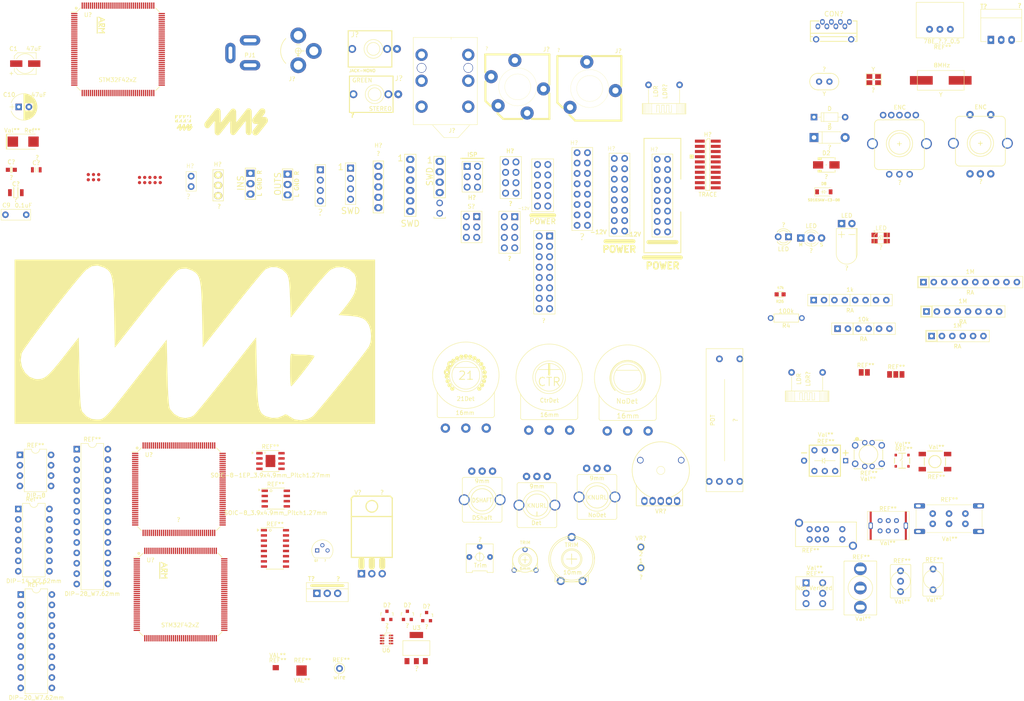
<source format=kicad_pcb>
(kicad_pcb (version 20171130) (host pcbnew "(5.0.0-rc2-dev-30-geb94d2f)")
  (layers (0 F.Cu signal) (31 B.Cu signal) (34 B.Paste user) (35 F.Paste user) (36 B.SilkS user) (37 F.SilkS user) (38 B.Mask user) (39 F.Mask user) (44 Edge.Cuts user))
  (net 0 "")
  (module 4ms_Package_TO:TO-220-3_Vertical (layer F.Cu) (at 113.5 162.4)
    (fp_text reference T? (at -3.902 -3.556) (layer F.SilkS) (effects (font (size 1.016 1.016) (thickness 0.1905))))
    (fp_text value ? (at 2.678 -3.512) (layer F.SilkS) (effects (font (size 1.016 1.016) (thickness 0.1905))))
    (pad 3 thru_hole oval (at 2.54 0) (size 1.8 1.8) (drill 1) (layers *.Cu *.Mask))
    (pad 2 thru_hole oval (at 0 0) (size 1.8 1.8) (drill 1) (layers *.Cu *.Mask))
    (pad 1 thru_hole rect (at -2.54 0) (size 1.8 1.8) (drill 1) (layers *.Cu *.Mask))
  )
  (module 4ms_Package_TO:TO-220-3_Horizontal (layer F.Cu) (at 124.4 157.6)
    (fp_text reference V? (at -3.4 -19.9) (layer F.SilkS))
    (fp_text value ? (at 2.5 -19.9) (layer F.SilkS))
    (pad 1 thru_hole rect (at -2.54 0) (size 1.8 1.8) (drill 1) (layers *.Cu *.Mask))
    (pad 2 thru_hole oval (at 0 0) (size 1.8 1.8) (drill 1) (layers *.Cu *.Mask))
    (pad 3 thru_hole oval (at 2.54 0) (size 1.8 1.8) (drill 1) (layers *.Cu *.Mask))
  )
  (module 4ms_Capacitor:CP_Elec_5x5.3 (layer F.Cu) (at 39.6 32.7)
    (fp_text reference C1 (at -2.89 -3.63) (layer F.SilkS) (effects (font (size 1.016 1.016) (thickness 0.1524))))
    (fp_text value 47uF (at 2.12 -3.65) (layer F.SilkS) (effects (font (size 1.016 1.016) (thickness 0.1524))))
    (fp_text user + (at -3.38 2.34) (layer F.SilkS))
    (pad 2 smd rect (at 2.2 0 180) (size 3 1.6) (layers F.Cu F.Paste F.Mask))
    (pad 1 smd rect (at -2.2 0 180) (size 3 1.6) (layers F.Cu F.Paste F.Mask))
  )
  (module 4ms_Capacitor:CP_Radial_P2.5mm (layer F.Cu) (at 38 43.3)
    (fp_text reference C10 (at -2.33 -3) (layer F.SilkS) (effects (font (size 1.016 1.016) (thickness 0.1524))))
    (fp_text value 47uF (at 4.92 -2.96) (layer F.SilkS) (effects (font (size 1.016 1.016) (thickness 0.1524))))
    (pad 2 thru_hole circle (at 2.5 0) (size 1.6 1.6) (drill 0.8) (layers *.Cu *.Mask))
    (pad 1 thru_hole rect (at 0 0) (size 1.6 1.6) (drill 0.8) (layers *.Cu *.Mask))
  )
  (module 4ms_Capacitor:CP_Tantalum_EIA-6032-28_Kemet-C (layer F.Cu) (at 39.1 51.8)
    (fp_text reference Ref** (at 2.25 -2.72) (layer F.SilkS))
    (fp_text value Val** (at -2.74 -2.75) (layer F.SilkS))
    (pad 1 smd rect (at -2.525 0) (size 2.55 2.5) (layers F.Cu F.Paste F.Mask))
    (pad 2 smd rect (at 2.525 0) (size 2.55 2.5) (layers F.Cu F.Paste F.Mask))
  )
  (module 4ms_Capacitor:C_0603 (layer F.Cu) (at 36.2 58.7)
    (fp_text reference C? (at 0 -1.9) (layer F.SilkS) (effects (font (size 1.016 1.016) (thickness 0.1524))))
    (fp_text value ? (at 0 1.9) (layer F.SilkS) (effects (font (size 1.016 1.016) (thickness 0.1524))))
    (pad 2 smd rect (at 0.85 0) (size 1 1) (layers F.Cu F.Paste F.Mask))
    (pad 1 smd rect (at -0.85 0) (size 1 1) (layers F.Cu F.Paste F.Mask))
  )
  (module 4ms_Capacitor:C_0805 (layer F.Cu) (at 42.3 58.7)
    (fp_text reference C? (at -1.05 -1.1) (layer F.SilkS) (effects (font (size 1.016 1.016) (thickness 0.1524)) (justify left bottom)))
    (fp_text value ? (at -0.3 -2.4) (layer F.SilkS) (effects (font (size 1.016 1.016) (thickness 0.1524)) (justify left bottom)))
    (pad 2 smd rect (at 0.95 0) (size 0.7 1.3) (layers F.Cu F.Paste F.Mask))
    (pad 1 smd rect (at -0.95 0) (size 0.7 1.3) (layers F.Cu F.Paste F.Mask))
  )
  (module 4ms_Capacitor:C_1206 (layer F.Cu) (at 37.3 64.3)
    (fp_text reference C? (at -1.016 -1.524) (layer F.SilkS) (effects (font (size 1.016 1.016) (thickness 0.1524)) (justify left bottom)))
    (fp_text value ? (at -0.55 2.35) (layer F.SilkS) (effects (font (size 1.016 1.016) (thickness 0.1524)) (justify left bottom)))
    (pad 2 smd rect (at 1.45 0) (size 0.9 1.7) (layers F.Cu F.Paste F.Mask))
    (pad 1 smd rect (at -1.45 0) (size 0.9 1.7) (layers F.Cu F.Paste F.Mask))
  )
  (module 4ms_Capacitor:C_Disc_P5.08mm (layer F.Cu) (at 37.3 69.7)
    (fp_text reference C9 (at -2.32 -2.31) (layer F.SilkS) (effects (font (size 1.016 1.016) (thickness 0.1524))))
    (fp_text value 0.1uF (at 1.87 -2.28) (layer F.SilkS) (effects (font (size 1.016 1.016) (thickness 0.1524))))
    (pad 2 thru_hole circle (at 2.54 0) (size 1.6 1.6) (drill 0.8) (layers *.Cu *.Mask))
    (pad 1 thru_hole circle (at -2.54 0) (size 1.6 1.6) (drill 0.8) (layers *.Cu *.Mask))
  )
  (module 4ms_Connector:J-Link_2x03 (layer F.Cu) (at 56.3 60.5)
    (fp_text reference H? hide)
    (fp_text value J-LINK hide)
    (pad 1 smd circle (at -1.27 0.635) (size 0.7874 0.7874) (layers F.Cu F.Paste F.Mask))
    (pad 2 smd circle (at -1.27 -0.635) (size 0.7874 0.7874) (layers F.Cu F.Paste F.Mask))
    (pad 3 smd circle (at 0 0.635) (size 0.7874 0.7874) (layers F.Cu F.Paste F.Mask))
    (pad 4 smd circle (at 0 -0.635) (size 0.7874 0.7874) (layers F.Cu F.Paste F.Mask))
    (pad 5 smd circle (at 1.27 0.635) (size 0.7874 0.7874) (layers F.Cu F.Paste F.Mask))
    (pad 6 smd circle (at 1.27 -0.635) (size 0.7874 0.7874) (layers F.Cu F.Paste F.Mask))
    (pad "" np_thru_hole circle (at -2.54 2.54) (size 2.3749 2.3749) (drill 2.3749) (layers *.Cu))
    (pad "" np_thru_hole circle (at -2.54 -2.54) (size 2.3749 2.3749) (drill 2.3749) (layers *.Cu))
    (pad "" np_thru_hole circle (at 0.635 2.54) (size 2.3749 2.3749) (drill 2.3749) (layers *.Cu))
    (pad "" np_thru_hole circle (at 0.635 -2.54) (size 2.3749 2.3749) (drill 2.3749) (layers *.Cu))
    (pad "" np_thru_hole circle (at -2.54 0) (size 0.9906 0.9906) (drill 0.9906) (layers *.Cu))
    (pad "" np_thru_hole circle (at 2.54 -1.016) (size 0.9906 0.9906) (drill 0.9906) (layers *.Cu))
    (pad "" np_thru_hole circle (at 2.54 1.016) (size 0.9906 0.9906) (drill 0.9906) (layers *.Cu))
  )
  (module 4ms_Connector:J-Link_2x05 (layer F.Cu) (at 70.1 61.2)
    (fp_text reference H? hide)
    (fp_text value ? hide)
    (pad "" np_thru_hole circle (at -3.81 -2.54) (size 2.3749 2.3749) (drill 2.3749) (layers *.Cu))
    (pad "" np_thru_hole circle (at -3.81 2.54) (size 2.3749 2.3749) (drill 2.3749) (layers *.Cu))
    (pad "" np_thru_hole circle (at 1.905 2.54) (size 2.3749 2.3749) (drill 2.3749) (layers *.Cu))
    (pad "" np_thru_hole circle (at 1.905 -2.54) (size 2.3749 2.3749) (drill 2.3749) (layers *.Cu))
    (pad "" np_thru_hole circle (at -3.81 0) (size 0.9906 0.9906) (drill 0.9906) (layers *.Cu))
    (pad 1 smd circle (at -2.54 0.635) (size 0.7874 0.7874) (layers F.Cu F.Paste F.Mask))
    (pad 2 smd circle (at -1.27 0.635) (size 0.7874 0.7874) (layers F.Cu F.Paste F.Mask))
    (pad 3 smd circle (at 0 0.635) (size 0.7874 0.7874) (layers F.Cu F.Paste F.Mask))
    (pad 4 smd circle (at 1.27 0.635) (size 0.7874 0.7874) (layers F.Cu F.Paste F.Mask))
    (pad 5 smd circle (at 2.54 0.635) (size 0.7874 0.7874) (layers F.Cu F.Paste F.Mask))
    (pad 6 smd circle (at 2.54 -0.635) (size 0.7874 0.7874) (layers F.Cu F.Paste F.Mask))
    (pad 7 smd circle (at 1.27 -0.635) (size 0.7874 0.7874) (layers F.Cu F.Paste F.Mask))
    (pad 8 smd circle (at 0 -0.635) (size 0.7874 0.7874) (layers F.Cu F.Paste F.Mask))
    (pad 9 smd circle (at -1.27 -0.635) (size 0.7874 0.7874) (layers F.Cu F.Paste F.Mask))
    (pad 10 smd circle (at -2.54 -0.635) (size 0.7874 0.7874) (layers F.Cu F.Paste F.Mask))
    (pad "" np_thru_hole circle (at 3.81 -1.015) (size 0.9906 0.9906) (drill 0.9906) (layers *.Cu))
    (pad "" np_thru_hole circle (at 3.81 1.015) (size 0.9906 0.9906) (drill 0.9906) (layers *.Cu))
  )
  (module 4ms_Connector:Pins_1x02_2.54mm_TH (layer F.Cu) (at 80.2 61.53)
    (fp_text reference H? (at -1.27 -3.175) (layer F.SilkS) (effects (font (thickness 0.1016)) (justify left bottom)))
    (fp_text value ? (at -1.27 4.445) (layer F.SilkS) (effects (font (size 1.2065 1.2065) (thickness 0.1016)) (justify left bottom)))
    (pad 1 thru_hole circle (at 0 -1.27) (size 1.651 1.651) (drill 0.9) (layers *.Cu *.Mask))
    (pad 2 thru_hole circle (at 0 1.27) (size 1.651 1.651) (drill 0.9) (layers *.Cu *.Mask))
  )
  (module 4ms_Connector:Pins_1x03_2.54mm_TH (layer F.Cu) (at 86.8 62.5)
    (fp_text reference H? (at -0.1 -5.14) (layer F.SilkS))
    (fp_text value ? (at 0.25 5.16) (layer F.SilkS))
    (pad 3 thru_hole oval (at 0 2.54) (size 2.032 1.7272) (drill 1.016) (layers *.Cu *.Mask F.SilkS))
    (pad 2 thru_hole oval (at 0 0) (size 2.032 1.7272) (drill 1.016) (layers *.Cu *.Mask F.SilkS))
    (pad 1 thru_hole oval (at 0 -2.54) (size 2.032 1.7272) (drill 1.016) (layers *.Cu *.Mask F.SilkS))
  )
  (module 4ms_Connector:Pins_1x03_2.54mm_TH_AudioInsRGndL (layer F.Cu) (at 94.7 62.1)
    (fp_text reference H? hide)
    (fp_text value ? hide)
    (fp_text user INS (at -2.4 -0.15 90) (layer F.SilkS) (effects (font (size 1.5 1.5) (thickness 0.2))))
    (fp_text user "L GND R" (at 2.23774 -0.08636 90) (layer F.SilkS) (effects (font (thickness 0.2))))
    (pad 3 thru_hole oval (at 0 2.54) (size 2.032 1.7272) (drill 1.016) (layers *.Cu *.Mask))
    (pad 2 thru_hole oval (at 0 0) (size 2.032 1.7272) (drill 1.016) (layers *.Cu *.Mask))
    (pad 1 thru_hole rect (at 0 -2.54) (size 2.032 1.7272) (drill 1.016) (layers *.Cu *.Mask))
  )
  (module 4ms_Connector:Pins_1x03_2.54mm_TH_AudioOutsRGndL (layer F.Cu) (at 103.8 62.3)
    (fp_text reference H? hide)
    (fp_text value ? hide)
    (fp_text user OUTS (at -2.4 -0.15 90) (layer F.SilkS) (effects (font (size 1.5 1.5) (thickness 0.2))))
    (fp_text user "L GND R" (at 2.23774 -0.08636 90) (layer F.SilkS) (effects (font (thickness 0.2))))
    (pad 3 thru_hole oval (at 0 2.54) (size 2.032 1.7272) (drill 1.016) (layers *.Cu *.Mask))
    (pad 2 thru_hole oval (at 0 0) (size 2.032 1.7272) (drill 1.016) (layers *.Cu *.Mask))
    (pad 1 thru_hole rect (at 0 -2.54) (size 2.032 1.7272) (drill 1.016) (layers *.Cu *.Mask))
  )
  (module 4ms_Connector:Pins_1x04_2.54mm_TH (layer F.Cu) (at 111.8 62.5)
    (fp_text reference H? hide)
    (fp_text value ? (at 0 6.64) (layer F.SilkS) (effects (font (size 1.5 1.5))))
    (pad 1 thru_hole rect (at 0 -3.81) (size 1.7 1.7) (drill 1) (layers *.Cu *.Mask))
    (pad 2 thru_hole oval (at 0 -1.27) (size 1.7 1.7) (drill 1) (layers *.Cu *.Mask))
    (pad 3 thru_hole oval (at 0 1.27) (size 1.7 1.7) (drill 1) (layers *.Cu *.Mask))
    (pad 4 thru_hole oval (at 0 3.81) (size 1.7 1.7) (drill 1) (layers *.Cu *.Mask))
  )
  (module 4ms_Connector:Pins_1x04_2.54mm_TH_SWD (layer F.Cu) (at 119.2 62.1)
    (fp_text reference H? hide)
    (fp_text value SWD (at 0 6.64) (layer F.SilkS) (effects (font (size 1.5 1.5) (thickness 0.2))))
    (fp_text user 1 (at -2.4 -4.1) (layer F.SilkS) (effects (font (size 1.5 1.5) (thickness 0.2))))
    (pad 1 thru_hole rect (at 0 -3.81) (size 1.7 1.7) (drill 1) (layers *.Cu *.Mask))
    (pad 2 thru_hole oval (at 0 -1.27) (size 1.7 1.7) (drill 1) (layers *.Cu *.Mask))
    (pad 3 thru_hole oval (at 0 1.27) (size 1.7 1.7) (drill 1) (layers *.Cu *.Mask))
    (pad 4 thru_hole oval (at 0 3.81) (size 1.7 1.7) (drill 1) (layers *.Cu *.Mask))
  )
  (module 4ms_Connector:Pins_1x05_2.54mm_TH (layer F.Cu) (at 126 62.9)
    (fp_text reference H? (at 0 -10.18) (layer F.SilkS))
    (fp_text value ? (at 0 -8.18) (layer F.SilkS))
    (pad 5 thru_hole oval (at 0 5.08) (size 2.032 1.7272) (drill 1.016) (layers *.Cu *.Mask))
    (pad 4 thru_hole oval (at 0 2.54) (size 2.032 1.7272) (drill 1.016) (layers *.Cu *.Mask))
    (pad 3 thru_hole oval (at 0 0) (size 2.032 1.7272) (drill 1.016) (layers *.Cu *.Mask))
    (pad 2 thru_hole oval (at 0 -2.54) (size 2.032 1.7272) (drill 1.016) (layers *.Cu *.Mask))
    (pad 1 thru_hole oval (at 0 -5.08) (size 2.032 1.7272) (drill 1.016) (layers *.Cu *.Mask))
  )
  (module 4ms_Connector:Pins_1x06_2.54mm_TH_SWD (layer F.Cu) (at 133.8 62.5)
    (fp_text reference H? hide)
    (fp_text value SWD (at 0 9.35) (layer F.SilkS) (effects (font (size 1.5 1.5) (thickness 0.2))))
    (fp_text user 1 (at -2.4 -6.65) (layer F.SilkS) (effects (font (size 1.5 1.5) (thickness 0.2))))
    (pad 6 thru_hole oval (at 0 6.35) (size 2.032 1.7272) (drill 1.016) (layers *.Cu *.Mask))
    (pad 5 thru_hole oval (at 0 3.81) (size 2.032 1.7272) (drill 1.016) (layers *.Cu *.Mask))
    (pad 4 thru_hole oval (at 0 1.27) (size 2.032 1.7272) (drill 1.016) (layers *.Cu *.Mask))
    (pad 3 thru_hole oval (at 0 -1.27) (size 2.032 1.7272) (drill 1.016) (layers *.Cu *.Mask))
    (pad 2 thru_hole oval (at 0 -3.81) (size 2.032 1.7272) (drill 1.016) (layers *.Cu *.Mask))
    (pad 1 thru_hole oval (at 0 -6.35) (size 2.032 1.7272) (drill 1.016) (layers *.Cu *.Mask))
  )
  (module 4ms_Connector:Pins_1x06_2.54mm_TH_SWD_small56 (layer F.Cu) (at 141 63)
    (fp_text reference H? hide)
    (fp_text value SWD (at -2.44 -2.65 270) (layer F.SilkS) (effects (font (size 1.5 1.5) (thickness 0.2))))
    (fp_text user 1 (at -2.4 -6.65) (layer F.SilkS) (effects (font (size 1.5 1.5) (thickness 0.2))))
    (pad 6 thru_hole circle (at 0 6.35) (size 1.6 1.6) (drill 1.016) (layers *.Cu *.Mask))
    (pad 5 thru_hole circle (at 0 3.81) (size 1.6 1.6) (drill 1.016) (layers *.Cu *.Mask))
    (pad 4 thru_hole oval (at 0 1.27) (size 2.032 1.7272) (drill 1.016) (layers *.Cu *.Mask))
    (pad 3 thru_hole oval (at 0 -1.27) (size 2.032 1.7272) (drill 1.016) (layers *.Cu *.Mask))
    (pad 2 thru_hole oval (at 0 -3.81) (size 2.032 1.7272) (drill 1.016) (layers *.Cu *.Mask))
    (pad 1 thru_hole oval (at 0 -6.35) (size 2.032 1.7272) (drill 1.016) (layers *.Cu *.Mask))
  )
  (module 4ms_Connector:Pins_2x03_2.54mm_TH_ISP (layer F.Cu) (at 149 60.4)
    (fp_text reference H? (at -0.1 5.1 180) (layer F.SilkS) (effects (font (size 1.016 1.016) (thickness 0.1905))))
    (fp_text value ISP (at 0 -5.4) (layer F.SilkS) (effects (font (size 1.016 1.016) (thickness 0.1905))))
    (fp_text user "" (at -0.27 -7.67) (layer F.SilkS) (effects (font (size 1.016 1.016) (thickness 0.1905))))
    (pad 6 thru_hole oval (at 1.27 2.54 180) (size 1.7 1.7) (drill 1) (layers *.Cu *.Mask))
    (pad 5 thru_hole oval (at -1.27 2.54 180) (size 1.7 1.7) (drill 1) (layers *.Cu *.Mask))
    (pad 4 thru_hole oval (at 1.27 0 180) (size 1.7 1.7) (drill 1) (layers *.Cu *.Mask))
    (pad 3 thru_hole oval (at -1.27 0 180) (size 1.7 1.7) (drill 1) (layers *.Cu *.Mask))
    (pad 2 thru_hole oval (at 1.27 -2.54 180) (size 1.7 1.7) (drill 1) (layers *.Cu *.Mask))
    (pad 1 thru_hole rect (at -1.27 -2.54 180) (size 1.7 1.7) (drill 1) (layers *.Cu *.Mask))
  )
  (module 4ms_Connector:Pins_2x04_2.54mm_TH (layer F.Cu) (at 158.4 60.6)
    (fp_text reference H? (at -0.15 -6.5 180) (layer F.SilkS) (effects (font (thickness 0.1905))))
    (fp_text value ? (at -0.05 6.4 180) (layer F.SilkS) (effects (font (size 1.016 1.016) (thickness 0.1905))))
    (pad 7 thru_hole circle (at -1.27 3.81 180) (size 1.7 1.7) (drill 1) (layers *.Cu *.Mask))
    (pad 8 thru_hole circle (at 1.27 3.81 180) (size 1.7 1.7) (drill 1) (layers *.Cu *.Mask))
    (pad 5 thru_hole oval (at -1.27 1.27 180) (size 1.7 1.7) (drill 1) (layers *.Cu *.Mask))
    (pad 6 thru_hole oval (at 1.27 1.27 180) (size 1.7 1.7) (drill 1) (layers *.Cu *.Mask))
    (pad 3 thru_hole oval (at -1.27 -1.27 180) (size 1.7 1.7) (drill 1) (layers *.Cu *.Mask))
    (pad 4 thru_hole oval (at 1.27 -1.27 180) (size 1.7 1.7) (drill 1) (layers *.Cu *.Mask))
    (pad 1 thru_hole circle (at -1.27 -3.81 180) (size 1.7 1.7) (drill 1) (layers *.Cu *.Mask))
    (pad 2 thru_hole circle (at 1.27 -3.81 180) (size 1.7 1.7) (drill 1) (layers *.Cu *.Mask))
  )
  (module 4ms_Connector:Pins_2x05_2.54mm_TH_Europower (layer F.Cu) (at 166.2 62.5)
    (fp_text reference H5 hide)
    (fp_text value POWER (at 0 8.85) (layer F.SilkS) (effects (font (size 1.27 1.27) (thickness 0.2032))))
    (fp_text user -12V (at -4.648 5.67) (layer F.SilkS) (effects (font (size 0.7 0.7) (thickness 0.1))))
    (pad 1 thru_hole oval (at -1.27 -5.08) (size 1.7 1.7) (drill 1) (layers *.Cu *.Mask))
    (pad 2 thru_hole oval (at 1.27 -5.08) (size 1.7 1.7) (drill 1) (layers *.Cu *.Mask))
    (pad 3 thru_hole oval (at -1.27 -2.54) (size 1.7 1.7) (drill 1) (layers *.Cu *.Mask))
    (pad 4 thru_hole oval (at 1.27 -2.54) (size 1.7 1.7) (drill 1) (layers *.Cu *.Mask))
    (pad 5 thru_hole oval (at -1.27 0) (size 1.7 1.7) (drill 1) (layers *.Cu *.Mask))
    (pad 6 thru_hole oval (at 1.27 0) (size 1.7 1.7) (drill 1) (layers *.Cu *.Mask))
    (pad 7 thru_hole oval (at -1.27 2.54) (size 1.7 1.7) (drill 1) (layers *.Cu *.Mask))
    (pad 8 thru_hole oval (at 1.27 2.54) (size 1.7 1.7) (drill 1) (layers *.Cu *.Mask))
    (pad 9 thru_hole oval (at -1.27 5.08) (size 1.7 1.7) (drill 1) (layers *.Cu *.Mask))
    (pad 10 thru_hole oval (at 1.27 5.08) (size 1.7 1.7) (drill 1) (layers *.Cu *.Mask))
  )
  (module 4ms_Connector:Pins_2x08_2.54mm_TH (layer F.Cu) (at 175.9 63.4)
    (fp_text reference H? (at -3 -10.7) (layer F.SilkS) (effects (font (thickness 0.1016)) (justify left bottom)))
    (fp_text value ? (at -0.05 11.75) (layer F.SilkS) (effects (font (size 1.524 1.524))))
    (pad 16 thru_hole circle (at 1.27 8.89) (size 1.651 1.651) (drill 0.9) (layers *.Cu *.Mask))
    (pad 15 thru_hole circle (at -1.27 8.89) (size 1.651 1.651) (drill 0.9) (layers *.Cu *.Mask))
    (pad 14 thru_hole circle (at 1.27 6.35) (size 1.651 1.651) (drill 0.9) (layers *.Cu *.Mask))
    (pad 12 thru_hole circle (at 1.27 3.81) (size 1.651 1.651) (drill 0.9) (layers *.Cu *.Mask))
    (pad 13 thru_hole circle (at -1.27 6.35) (size 1.651 1.651) (drill 0.9) (layers *.Cu *.Mask))
    (pad 11 thru_hole circle (at -1.27 3.81) (size 1.651 1.651) (drill 0.9) (layers *.Cu *.Mask))
    (pad 10 thru_hole circle (at 1.27 1.27) (size 1.651 1.651) (drill 0.9) (layers *.Cu *.Mask))
    (pad 8 thru_hole circle (at 1.27 -1.27) (size 1.651 1.651) (drill 0.9) (layers *.Cu *.Mask))
    (pad 9 thru_hole circle (at -1.27 1.27) (size 1.651 1.651) (drill 0.9) (layers *.Cu *.Mask))
    (pad 7 thru_hole circle (at -1.27 -1.27) (size 1.651 1.651) (drill 0.9) (layers *.Cu *.Mask))
    (pad 6 thru_hole circle (at 1.27 -3.81) (size 1.651 1.651) (drill 0.9) (layers *.Cu *.Mask))
    (pad 2 thru_hole circle (at 1.27 -8.89) (size 1.651 1.651) (drill 0.9) (layers *.Cu *.Mask))
    (pad 4 thru_hole circle (at 1.27 -6.35) (size 1.651 1.651) (drill 0.9) (layers *.Cu *.Mask))
    (pad 5 thru_hole circle (at -1.27 -3.81) (size 1.651 1.651) (drill 0.9) (layers *.Cu *.Mask))
    (pad 1 thru_hole circle (at -1.27 -8.89) (size 1.651 1.651) (drill 0.9) (layers *.Cu *.Mask))
    (pad 3 thru_hole circle (at -1.27 -6.35) (size 1.651 1.651) (drill 0.9) (layers *.Cu *.Mask))
  )
  (module 4ms_Connector:Pins_2x08_2.54mm_TH_EuroPower (layer F.Cu) (at 185 64.8)
    (fp_text reference H? (at -3 -10.7) (layer F.SilkS) (effects (font (thickness 0.1016)) (justify left bottom)))
    (fp_text value POWER (at -0.05 13.35) (layer F.SilkS) (effects (font (size 1.6 1.6) (thickness 0.4))))
    (fp_text user -12V (at -5.15 9.15) (layer F.SilkS) (effects (font (thickness 0.2))))
    (pad 16 thru_hole circle (at 1.27 8.89) (size 1.651 1.651) (drill 0.9) (layers *.Cu *.Mask))
    (pad 15 thru_hole circle (at -1.27 8.89) (size 1.651 1.651) (drill 0.9) (layers *.Cu *.Mask))
    (pad 14 thru_hole circle (at 1.27 6.35) (size 1.651 1.651) (drill 0.9) (layers *.Cu *.Mask))
    (pad 12 thru_hole circle (at 1.27 3.81) (size 1.651 1.651) (drill 0.9) (layers *.Cu *.Mask))
    (pad 13 thru_hole circle (at -1.27 6.35) (size 1.651 1.651) (drill 0.9) (layers *.Cu *.Mask))
    (pad 11 thru_hole circle (at -1.27 3.81) (size 1.651 1.651) (drill 0.9) (layers *.Cu *.Mask))
    (pad 10 thru_hole circle (at 1.27 1.27) (size 1.651 1.651) (drill 0.9) (layers *.Cu *.Mask))
    (pad 8 thru_hole circle (at 1.27 -1.27) (size 1.651 1.651) (drill 0.9) (layers *.Cu *.Mask))
    (pad 9 thru_hole circle (at -1.27 1.27) (size 1.651 1.651) (drill 0.9) (layers *.Cu *.Mask))
    (pad 7 thru_hole circle (at -1.27 -1.27) (size 1.651 1.651) (drill 0.9) (layers *.Cu *.Mask))
    (pad 6 thru_hole circle (at 1.27 -3.81) (size 1.651 1.651) (drill 0.9) (layers *.Cu *.Mask))
    (pad 2 thru_hole circle (at 1.27 -8.89) (size 1.651 1.651) (drill 0.9) (layers *.Cu *.Mask))
    (pad 4 thru_hole circle (at 1.27 -6.35) (size 1.651 1.651) (drill 0.9) (layers *.Cu *.Mask))
    (pad 5 thru_hole circle (at -1.27 -3.81) (size 1.651 1.651) (drill 0.9) (layers *.Cu *.Mask))
    (pad 1 thru_hole circle (at -1.27 -8.89) (size 1.651 1.651) (drill 0.9) (layers *.Cu *.Mask))
    (pad 3 thru_hole circle (at -1.27 -6.35) (size 1.651 1.651) (drill 0.9) (layers *.Cu *.Mask))
  )
  (module 4ms_Connector:Pins_2x08_2.54mm_TH_EuroPower_Shrouded (layer F.Cu) (at 195.5 65)
    (fp_text reference H? (at -3 -10.7) (layer F.SilkS) (effects (font (thickness 0.1016)) (justify left bottom)))
    (fp_text value POWER (at 0.05 17.2) (layer F.SilkS) (effects (font (size 1.6 1.6) (thickness 0.4))))
    (fp_text user -12V (at -7.25 9.5) (layer F.SilkS) (effects (font (thickness 0.2))))
    (pad 16 thru_hole circle (at 1.27 8.89) (size 1.651 1.651) (drill 0.9) (layers *.Cu *.Mask))
    (pad 15 thru_hole circle (at -1.27 8.89) (size 1.651 1.651) (drill 0.9) (layers *.Cu *.Mask))
    (pad 14 thru_hole circle (at 1.27 6.35) (size 1.651 1.651) (drill 0.9) (layers *.Cu *.Mask))
    (pad 12 thru_hole circle (at 1.27 3.81) (size 1.651 1.651) (drill 0.9) (layers *.Cu *.Mask))
    (pad 13 thru_hole circle (at -1.27 6.35) (size 1.651 1.651) (drill 0.9) (layers *.Cu *.Mask))
    (pad 11 thru_hole circle (at -1.27 3.81) (size 1.651 1.651) (drill 0.9) (layers *.Cu *.Mask))
    (pad 10 thru_hole circle (at 1.27 1.27) (size 1.651 1.651) (drill 0.9) (layers *.Cu *.Mask))
    (pad 8 thru_hole circle (at 1.27 -1.27) (size 1.651 1.651) (drill 0.9) (layers *.Cu *.Mask))
    (pad 9 thru_hole circle (at -1.27 1.27) (size 1.651 1.651) (drill 0.9) (layers *.Cu *.Mask))
    (pad 7 thru_hole circle (at -1.27 -1.27) (size 1.651 1.651) (drill 0.9) (layers *.Cu *.Mask))
    (pad 6 thru_hole circle (at 1.27 -3.81) (size 1.651 1.651) (drill 0.9) (layers *.Cu *.Mask))
    (pad 2 thru_hole circle (at 1.27 -8.89) (size 1.651 1.651) (drill 0.9) (layers *.Cu *.Mask))
    (pad 4 thru_hole circle (at 1.27 -6.35) (size 1.651 1.651) (drill 0.9) (layers *.Cu *.Mask))
    (pad 5 thru_hole circle (at -1.27 -3.81) (size 1.651 1.651) (drill 0.9) (layers *.Cu *.Mask))
    (pad 1 thru_hole circle (at -1.27 -8.89) (size 1.651 1.651) (drill 0.9) (layers *.Cu *.Mask))
    (pad 3 thru_hole circle (at -1.27 -6.35) (size 1.651 1.651) (drill 0.9) (layers *.Cu *.Mask))
  )
  (module 4ms_Connector:Pins_2x10_1.27mm_SMT_Trace (layer F.Cu) (at 206.6 57.4)
    (fp_text reference H? (at 0.001622 -7.339) (layer F.SilkS))
    (fp_text value TRACE (at 0 7.35) (layer F.SilkS))
    (pad 19 smd rect (at -1.95 5.715 270) (size 0.74 2.4) (layers F.Cu F.Paste F.Mask))
    (pad 20 smd rect (at 1.95 5.715 270) (size 0.74 2.4) (layers F.Cu F.Paste F.Mask))
    (pad 17 smd rect (at -1.95 4.445 270) (size 0.74 2.4) (layers F.Cu F.Paste F.Mask))
    (pad 18 smd rect (at 1.95 4.445 270) (size 0.74 2.4) (layers F.Cu F.Paste F.Mask))
    (pad 15 smd rect (at -1.95 3.175 270) (size 0.74 2.4) (layers F.Cu F.Paste F.Mask))
    (pad 16 smd rect (at 1.95 3.175 270) (size 0.74 2.4) (layers F.Cu F.Paste F.Mask))
    (pad 13 smd rect (at -1.95 1.905 270) (size 0.74 2.4) (layers F.Cu F.Paste F.Mask))
    (pad 14 smd rect (at 1.95 1.905 270) (size 0.74 2.4) (layers F.Cu F.Paste F.Mask))
    (pad 11 smd rect (at -1.95 0.635 270) (size 0.74 2.4) (layers F.Cu F.Paste F.Mask))
    (pad 12 smd rect (at 1.95 0.635 270) (size 0.74 2.4) (layers F.Cu F.Paste F.Mask))
    (pad 9 smd rect (at -1.95 -0.635 270) (size 0.74 2.4) (layers F.Cu F.Paste F.Mask))
    (pad 10 smd rect (at 1.95 -0.635 270) (size 0.74 2.4) (layers F.Cu F.Paste F.Mask))
    (pad 7 smd rect (at -1.95 -1.905 270) (size 0.74 2.4) (layers F.Cu F.Paste F.Mask))
    (pad 8 smd rect (at 1.95 -1.905 270) (size 0.74 2.4) (layers F.Cu F.Paste F.Mask))
    (pad 5 smd rect (at -1.95 -3.175 270) (size 0.74 2.4) (layers F.Cu F.Paste F.Mask))
    (pad 6 smd rect (at 1.95 -3.175 270) (size 0.74 2.4) (layers F.Cu F.Paste F.Mask))
    (pad 3 smd rect (at -1.95 -4.445 270) (size 0.74 2.4) (layers F.Cu F.Paste F.Mask))
    (pad 4 smd rect (at 1.95 -4.445 270) (size 0.74 2.4) (layers F.Cu F.Paste F.Mask))
    (pad 1 smd rect (at -1.95 -5.715 270) (size 0.74 2.4) (layers F.Cu F.Paste F.Mask))
    (pad 2 smd rect (at 1.95 -5.715 270) (size 0.74 2.4) (layers F.Cu F.Paste F.Mask))
  )
  (module 4ms_Connector:Socket_2x03_2.54mm_TH (layer F.Cu) (at 148.8 72.7)
    (fp_text reference S? (at -0.05 -5.05) (layer F.SilkS))
    (fp_text value ?)
    (pad 2 thru_hole circle (at -1.27 -2.54) (size 1.7 1.7) (drill 1) (layers *.Cu *.Mask))
    (pad 1 thru_hole rect (at 1.27 -2.54) (size 1.7 1.7) (drill 1) (layers *.Cu *.Mask))
    (pad 4 thru_hole oval (at -1.27 0) (size 1.7 1.7) (drill 1) (layers *.Cu *.Mask))
    (pad 3 thru_hole oval (at 1.27 0) (size 1.7 1.7) (drill 1) (layers *.Cu *.Mask))
    (pad 6 thru_hole oval (at -1.27 2.54) (size 1.7 1.7) (drill 1) (layers *.Cu *.Mask))
    (pad 5 thru_hole oval (at 1.27 2.54) (size 1.7 1.7) (drill 1) (layers *.Cu *.Mask))
  )
  (module 4ms_Connector:Socket_2x04_2.54mm_TH (layer F.Cu) (at 158.1 74)
    (fp_text reference S? hide)
    (fp_text value ? (at 0 6.45) (layer F.SilkS) (effects (font (size 1.016 1.016) (thickness 0.1905))))
    (pad 8 thru_hole oval (at -1.27 3.81) (size 1.7 1.7) (drill 1) (layers *.Cu *.Mask))
    (pad 7 thru_hole oval (at 1.27 3.81) (size 1.7 1.7) (drill 1) (layers *.Cu *.Mask))
    (pad 6 thru_hole oval (at -1.27 1.27) (size 1.7 1.7) (drill 1) (layers *.Cu *.Mask))
    (pad 5 thru_hole oval (at 1.27 1.27) (size 1.7 1.7) (drill 1) (layers *.Cu *.Mask))
    (pad 4 thru_hole oval (at -1.27 -1.27) (size 1.7 1.7) (drill 1) (layers *.Cu *.Mask))
    (pad 3 thru_hole oval (at 1.27 -1.27) (size 1.7 1.7) (drill 1) (layers *.Cu *.Mask))
    (pad 2 thru_hole oval (at -1.27 -3.81) (size 1.7 1.7) (drill 1) (layers *.Cu *.Mask))
    (pad 1 thru_hole rect (at 1.27 -3.81) (size 1.7 1.7) (drill 1) (layers *.Cu *.Mask))
  )
  (module 4ms_Connector:Socket_2x08_2.54mm_TH (layer F.Cu) (at 166.6 83.8)
    (fp_text reference S? hide)
    (fp_text value ? (at -0.148 11.848) (layer F.SilkS))
    (pad 16 thru_hole oval (at -1.24 8.89) (size 1.7 1.7) (drill 1) (layers *.Cu *.Mask))
    (pad 15 thru_hole oval (at 1.3 8.89) (size 1.7 1.7) (drill 1) (layers *.Cu *.Mask))
    (pad 14 thru_hole oval (at -1.24 6.35) (size 1.7 1.7) (drill 1) (layers *.Cu *.Mask))
    (pad 13 thru_hole oval (at 1.3 6.35) (size 1.7 1.7) (drill 1) (layers *.Cu *.Mask))
    (pad 12 thru_hole oval (at -1.24 3.81) (size 1.7 1.7) (drill 1) (layers *.Cu *.Mask))
    (pad 11 thru_hole oval (at 1.3 3.81) (size 1.7 1.7) (drill 1) (layers *.Cu *.Mask))
    (pad 10 thru_hole oval (at -1.24 1.27) (size 1.7 1.7) (drill 1) (layers *.Cu *.Mask))
    (pad 9 thru_hole oval (at 1.3 1.27) (size 1.7 1.7) (drill 1) (layers *.Cu *.Mask))
    (pad 8 thru_hole oval (at -1.24 -1.27) (size 1.7 1.7) (drill 1) (layers *.Cu *.Mask))
    (pad 7 thru_hole oval (at 1.3 -1.27) (size 1.7 1.7) (drill 1) (layers *.Cu *.Mask))
    (pad 6 thru_hole oval (at -1.24 -3.81) (size 1.7 1.7) (drill 1) (layers *.Cu *.Mask))
    (pad 5 thru_hole oval (at 1.3 -3.81) (size 1.7 1.7) (drill 1) (layers *.Cu *.Mask))
    (pad 4 thru_hole oval (at -1.24 -6.35) (size 1.7 1.7) (drill 1) (layers *.Cu *.Mask))
    (pad 3 thru_hole oval (at 1.3 -6.35) (size 1.7 1.7) (drill 1) (layers *.Cu *.Mask))
    (pad 2 thru_hole oval (at -1.24 -8.89) (size 1.7 1.7) (drill 1) (layers *.Cu *.Mask))
    (pad 1 thru_hole rect (at 1.3 -8.89) (size 1.7 1.7) (drill 1) (layers *.Cu *.Mask))
  )
  (module 4ms_Jack:Barrel_RtAngle_PJ066 (layer F.Cu) (at 94.6 18.9)
    (fp_text reference PJ1 (at 0 11.75) (layer F.SilkS))
    (fp_text value Barrel_Jack hide)
    (pad 1 thru_hole oval (at 0 8.1) (size 5 2.5) (drill oval 3.2 0.9) (layers *.Cu *.Mask))
    (pad 2 thru_hole oval (at 0 14.2) (size 5 2.5) (drill oval 3.2 0.9) (layers *.Cu *.Mask))
    (pad 3 thru_hole oval (at -4.8 11.2 90) (size 5 2.5) (drill oval 3.2 0.9) (layers *.Cu *.Mask))
  )
  (module 4ms_Jack:EighthInch_PJ398SM (layer F.Cu) (at 124.8 29.1)
    (fp_text reference J? (at -5.62 -2.79) (layer F.SilkS) (effects (font (size 1.2065 1.2065) (thickness 0.1524)) (justify left bottom)))
    (fp_text value JACK-MONO (at -6.0198 5.7404) (layer F.SilkS) (effects (font (size 0.7 0.7) (thickness 0.1524)) (justify left bottom)))
    (pad 1 thru_hole circle (at -5.207 0) (size 1.9304 1.9304) (drill 1.143) (layers *.Cu *.Mask))
    (pad 2 thru_hole circle (at 5.7658 0) (size 1.9304 1.9304) (drill 0.889) (layers *.Cu *.Mask))
    (pad 3 thru_hole circle (at 3.3528 0) (size 1.9304 1.9304) (drill 1.143) (layers *.Cu *.Mask))
  )
  (module 4ms_Jack:Barrel_Vert_PJ064 (layer F.Cu) (at 106.4 29.6)
    (fp_text reference J? (at -1.524 6.858) (layer F.SilkS))
    (fp_text value ?)
    (pad 1 thru_hole circle (at 0 3.50012) (size 3.8608 3.8608) (drill 2.199894) (layers *.Cu *.Mask))
    (pad 2 thru_hole circle (at 3.800094 0) (size 3.8608 3.8608) (drill 2.199894) (layers *.Cu *.Mask))
    (pad 3 thru_hole circle (at 0 -3.800094) (size 3.8608 3.8608) (drill 2.199894) (layers *.Cu *.Mask))
  )
  (module 4ms_Jack:EighthInch_Stereo_PJ366ST (layer F.Cu) (at 125.1 40.2)
    (fp_text reference J? (at 4.826 -3.175) (layer F.SilkS) (effects (font (size 1.2065 1.2065) (thickness 0.1524)) (justify left bottom)))
    (fp_text value ? (at -6.0198 5.7404) (layer F.SilkS) (effects (font (thickness 0.25)) (justify left bottom)))
    (fp_text user STEREO (at 1.397 3.556) (layer F.SilkS))
    (fp_text user GREEN (at -3.048 -3.429) (layer F.SilkS))
    (pad 3 thru_hole circle (at 3.3528 0) (size 1.9304 1.9304) (drill 1.143) (layers *.Cu *.Mask))
    (pad 1 thru_hole circle (at 5.7658 0) (size 1.9304 1.9304) (drill 0.889) (layers *.Cu *.Mask))
    (pad 2 thru_hole circle (at -5.207 0) (size 1.9304 1.9304) (drill 1.143) (layers *.Cu *.Mask))
  )
  (module 4ms_Jack:QuarterInch_Stereo_RtAngle_3Switches_NRJ6HF (layer F.Cu) (at 143.8 26.3)
    (fp_text reference J? (at 0.21 22.787203) (layer F.SilkS))
    (fp_text value ? hide)
    (pad 8 thru_hole circle (at 4.200513 7.45 90) (size 2.35 2.35) (drill 2.1) (layers *.Cu *.Mask))
    (pad 7 thru_hole circle (at -7.229487 7.45 90) (size 2.35 2.35) (drill 2.1) (layers *.Cu *.Mask))
    (pad 4 thru_hole circle (at 4.200513 16.95 90) (size 3 3) (drill 1.7) (layers *.Cu *.Mask))
    (pad 5 thru_hole circle (at 4.200513 10.6 90) (size 3 3) (drill 1.7) (layers *.Cu *.Mask))
    (pad 6 thru_hole circle (at 4.200513 4.25 90) (size 3 3) (drill 1.7) (layers *.Cu *.Mask))
    (pad 3 thru_hole circle (at -7.229487 4.25 90) (size 3 3) (drill 1.7) (layers *.Cu *.Mask))
    (pad 2 thru_hole circle (at -7.229487 10.6 90) (size 3 3) (drill 1.7) (layers *.Cu *.Mask))
    (pad 1 thru_hole circle (at -7.229487 16.95 90) (size 3 3) (drill 1.7) (layers *.Cu *.Mask))
  )
  (module 4ms_Jack:QuarterInch_Stereo_Vert_2Switches_SwitchCraftNYS234 (layer F.Cu) (at 160.1 38.4)
    (fp_text reference J? (at 6.09 -8.6) (layer F.SilkS) (effects (font (size 1.016 1.016) (thickness 0.1524)) (justify left bottom)))
    (fp_text value ? (at -7.99 -8.93) (layer F.SilkS) (effects (font (size 0.8 0.8) (thickness 0.1)) (justify left bottom)))
    (pad 3 thru_hole circle (at 6.3 0.5 270) (size 3.216 3.216) (drill 1.524) (layers *.Cu *.Mask))
    (pad R3 thru_hole circle (at 2.3 6.4 270) (size 3.216 3.216) (drill 1.524) (layers *.Cu *.Mask))
    (pad 1 thru_hole circle (at -4.8 4.6 270) (size 3.216 3.216) (drill 1.524) (layers *.Cu *.Mask))
    (pad T2 thru_hole circle (at -6.5 -2.5 270) (size 3.216 3.216) (drill 1.524) (layers *.Cu *.Mask))
    (pad 2 thru_hole circle (at -0.7 -6.5 270) (size 3.216 3.216) (drill 1.524) (layers *.Cu *.Mask))
  )
  (module 4ms_Jack:QuarterInch_Stereo_Vert_SwitchCraftNYS234-3 (layer F.Cu) (at 177.7 38.8)
    (fp_text reference J? (at 6.09 -8.6) (layer F.SilkS) (effects (font (size 1.016 1.016) (thickness 0.1524)) (justify left bottom)))
    (fp_text value ? (at -7.99 -8.93) (layer F.SilkS) (effects (font (size 0.8 0.8) (thickness 0.1)) (justify left bottom)))
    (pad 3 thru_hole circle (at 6.3 0.5 270) (size 3.216 3.216) (drill 1.524) (layers *.Cu *.Mask))
    (pad 1 thru_hole circle (at -4.8 4.6 270) (size 3.216 3.216) (drill 1.524) (layers *.Cu *.Mask))
    (pad 2 thru_hole circle (at -0.7 -6.5 270) (size 3.216 3.216) (drill 1.524) (layers *.Cu *.Mask))
  )
  (module 4ms_Package_QFP:LQFP-144_20x20mm_Pitch0.5mm_ARM (layer F.Cu) (at 62.3 29.2)
    (fp_text reference U? (at -7.341324 -8.43734) (layer F.SilkS))
    (fp_text value STM32F42xZ (at -0.09 7.48 180) (layer F.SilkS))
    (pad 144 smd rect (at -8.75 -10.7 90) (size 1.55 0.3) (layers F.Cu F.Paste F.Mask))
    (pad 143 smd rect (at -8.25 -10.7 90) (size 1.55 0.3) (layers F.Cu F.Paste F.Mask))
    (pad 142 smd rect (at -7.75 -10.7 90) (size 1.55 0.3) (layers F.Cu F.Paste F.Mask))
    (pad 141 smd rect (at -7.25 -10.7 90) (size 1.55 0.3) (layers F.Cu F.Paste F.Mask))
    (pad 140 smd rect (at -6.75 -10.7 90) (size 1.55 0.3) (layers F.Cu F.Paste F.Mask))
    (pad 139 smd rect (at -6.25 -10.7 90) (size 1.55 0.3) (layers F.Cu F.Paste F.Mask))
    (pad 138 smd rect (at -5.75 -10.7 90) (size 1.55 0.3) (layers F.Cu F.Paste F.Mask))
    (pad 137 smd rect (at -5.25 -10.7 90) (size 1.55 0.3) (layers F.Cu F.Paste F.Mask))
    (pad 136 smd rect (at -4.75 -10.7 90) (size 1.55 0.3) (layers F.Cu F.Paste F.Mask))
    (pad 135 smd rect (at -4.25 -10.7 90) (size 1.55 0.3) (layers F.Cu F.Paste F.Mask))
    (pad 134 smd rect (at -3.75 -10.7 90) (size 1.55 0.3) (layers F.Cu F.Paste F.Mask))
    (pad 133 smd rect (at -3.25 -10.7 90) (size 1.55 0.3) (layers F.Cu F.Paste F.Mask))
    (pad 132 smd rect (at -2.75 -10.7 90) (size 1.55 0.3) (layers F.Cu F.Paste F.Mask))
    (pad 131 smd rect (at -2.25 -10.7 90) (size 1.55 0.3) (layers F.Cu F.Paste F.Mask))
    (pad 130 smd rect (at -1.75 -10.7 90) (size 1.55 0.3) (layers F.Cu F.Paste F.Mask))
    (pad 129 smd rect (at -1.25 -10.7 90) (size 1.55 0.3) (layers F.Cu F.Paste F.Mask))
    (pad 128 smd rect (at -0.75 -10.7 90) (size 1.55 0.3) (layers F.Cu F.Paste F.Mask))
    (pad 127 smd rect (at -0.25 -10.7 90) (size 1.55 0.3) (layers F.Cu F.Paste F.Mask))
    (pad 126 smd rect (at 0.25 -10.7 90) (size 1.55 0.3) (layers F.Cu F.Paste F.Mask))
    (pad 125 smd rect (at 0.75 -10.7 90) (size 1.55 0.3) (layers F.Cu F.Paste F.Mask))
    (pad 124 smd rect (at 1.25 -10.7 90) (size 1.55 0.3) (layers F.Cu F.Paste F.Mask))
    (pad 123 smd rect (at 1.75 -10.7 90) (size 1.55 0.3) (layers F.Cu F.Paste F.Mask))
    (pad 122 smd rect (at 2.25 -10.7 90) (size 1.55 0.3) (layers F.Cu F.Paste F.Mask))
    (pad 121 smd rect (at 2.75 -10.7 90) (size 1.55 0.3) (layers F.Cu F.Paste F.Mask))
    (pad 120 smd rect (at 3.25 -10.7 90) (size 1.55 0.3) (layers F.Cu F.Paste F.Mask))
    (pad 119 smd rect (at 3.75 -10.7 90) (size 1.55 0.3) (layers F.Cu F.Paste F.Mask))
    (pad 118 smd rect (at 4.25 -10.7 90) (size 1.55 0.3) (layers F.Cu F.Paste F.Mask))
    (pad 117 smd rect (at 4.75 -10.7 90) (size 1.55 0.3) (layers F.Cu F.Paste F.Mask))
    (pad 116 smd rect (at 5.25 -10.7 90) (size 1.55 0.3) (layers F.Cu F.Paste F.Mask))
    (pad 115 smd rect (at 5.75 -10.7 90) (size 1.55 0.3) (layers F.Cu F.Paste F.Mask))
    (pad 114 smd rect (at 6.25 -10.7 90) (size 1.55 0.3) (layers F.Cu F.Paste F.Mask))
    (pad 113 smd rect (at 6.75 -10.7 90) (size 1.55 0.3) (layers F.Cu F.Paste F.Mask))
    (pad 112 smd rect (at 7.25 -10.7 90) (size 1.55 0.3) (layers F.Cu F.Paste F.Mask))
    (pad 111 smd rect (at 7.75 -10.7 90) (size 1.55 0.3) (layers F.Cu F.Paste F.Mask))
    (pad 110 smd rect (at 8.25 -10.7 90) (size 1.55 0.3) (layers F.Cu F.Paste F.Mask))
    (pad 109 smd rect (at 8.75 -10.7 90) (size 1.55 0.3) (layers F.Cu F.Paste F.Mask))
    (pad 108 smd rect (at 10.7 -8.75) (size 1.55 0.3) (layers F.Cu F.Paste F.Mask))
    (pad 107 smd rect (at 10.7 -8.25) (size 1.55 0.3) (layers F.Cu F.Paste F.Mask))
    (pad 106 smd rect (at 10.7 -7.75) (size 1.55 0.3) (layers F.Cu F.Paste F.Mask))
    (pad 105 smd rect (at 10.7 -7.25) (size 1.55 0.3) (layers F.Cu F.Paste F.Mask))
    (pad 104 smd rect (at 10.7 -6.75) (size 1.55 0.3) (layers F.Cu F.Paste F.Mask))
    (pad 103 smd rect (at 10.7 -6.25) (size 1.55 0.3) (layers F.Cu F.Paste F.Mask))
    (pad 102 smd rect (at 10.7 -5.75) (size 1.55 0.3) (layers F.Cu F.Paste F.Mask))
    (pad 101 smd rect (at 10.7 -5.25) (size 1.55 0.3) (layers F.Cu F.Paste F.Mask))
    (pad 100 smd rect (at 10.7 -4.75) (size 1.55 0.3) (layers F.Cu F.Paste F.Mask))
    (pad 99 smd rect (at 10.7 -4.25) (size 1.55 0.3) (layers F.Cu F.Paste F.Mask))
    (pad 98 smd rect (at 10.7 -3.75) (size 1.55 0.3) (layers F.Cu F.Paste F.Mask))
    (pad 97 smd rect (at 10.7 -3.25) (size 1.55 0.3) (layers F.Cu F.Paste F.Mask))
    (pad 96 smd rect (at 10.7 -2.75) (size 1.55 0.3) (layers F.Cu F.Paste F.Mask))
    (pad 95 smd rect (at 10.7 -2.25) (size 1.55 0.3) (layers F.Cu F.Paste F.Mask))
    (pad 94 smd rect (at 10.7 -1.75) (size 1.55 0.3) (layers F.Cu F.Paste F.Mask))
    (pad 93 smd rect (at 10.7 -1.25) (size 1.55 0.3) (layers F.Cu F.Paste F.Mask))
    (pad 92 smd rect (at 10.7 -0.75) (size 1.55 0.3) (layers F.Cu F.Paste F.Mask))
    (pad 91 smd rect (at 10.7 -0.25) (size 1.55 0.3) (layers F.Cu F.Paste F.Mask))
    (pad 90 smd rect (at 10.7 0.25) (size 1.55 0.3) (layers F.Cu F.Paste F.Mask))
    (pad 89 smd rect (at 10.7 0.75) (size 1.55 0.3) (layers F.Cu F.Paste F.Mask))
    (pad 88 smd rect (at 10.7 1.25) (size 1.55 0.3) (layers F.Cu F.Paste F.Mask))
    (pad 87 smd rect (at 10.7 1.75) (size 1.55 0.3) (layers F.Cu F.Paste F.Mask))
    (pad 86 smd rect (at 10.7 2.25) (size 1.55 0.3) (layers F.Cu F.Paste F.Mask))
    (pad 85 smd rect (at 10.7 2.75) (size 1.55 0.3) (layers F.Cu F.Paste F.Mask))
    (pad 84 smd rect (at 10.7 3.25) (size 1.55 0.3) (layers F.Cu F.Paste F.Mask))
    (pad 83 smd rect (at 10.7 3.75) (size 1.55 0.3) (layers F.Cu F.Paste F.Mask))
    (pad 82 smd rect (at 10.7 4.25) (size 1.55 0.3) (layers F.Cu F.Paste F.Mask))
    (pad 81 smd rect (at 10.7 4.75) (size 1.55 0.3) (layers F.Cu F.Paste F.Mask))
    (pad 80 smd rect (at 10.7 5.25) (size 1.55 0.3) (layers F.Cu F.Paste F.Mask))
    (pad 79 smd rect (at 10.7 5.75) (size 1.55 0.3) (layers F.Cu F.Paste F.Mask))
    (pad 78 smd rect (at 10.7 6.25) (size 1.55 0.3) (layers F.Cu F.Paste F.Mask))
    (pad 77 smd rect (at 10.7 6.75) (size 1.55 0.3) (layers F.Cu F.Paste F.Mask))
    (pad 76 smd rect (at 10.7 7.25) (size 1.55 0.3) (layers F.Cu F.Paste F.Mask))
    (pad 75 smd rect (at 10.7 7.75) (size 1.55 0.3) (layers F.Cu F.Paste F.Mask))
    (pad 74 smd rect (at 10.7 8.25) (size 1.55 0.3) (layers F.Cu F.Paste F.Mask))
    (pad 73 smd rect (at 10.7 8.75) (size 1.55 0.3) (layers F.Cu F.Paste F.Mask))
    (pad 72 smd rect (at 8.75 10.7 90) (size 1.55 0.3) (layers F.Cu F.Paste F.Mask))
    (pad 71 smd rect (at 8.25 10.7 90) (size 1.55 0.3) (layers F.Cu F.Paste F.Mask))
    (pad 70 smd rect (at 7.75 10.7 90) (size 1.55 0.3) (layers F.Cu F.Paste F.Mask))
    (pad 69 smd rect (at 7.25 10.7 90) (size 1.55 0.3) (layers F.Cu F.Paste F.Mask))
    (pad 68 smd rect (at 6.75 10.7 90) (size 1.55 0.3) (layers F.Cu F.Paste F.Mask))
    (pad 67 smd rect (at 6.25 10.7 90) (size 1.55 0.3) (layers F.Cu F.Paste F.Mask))
    (pad 66 smd rect (at 5.75 10.7 90) (size 1.55 0.3) (layers F.Cu F.Paste F.Mask))
    (pad 65 smd rect (at 5.25 10.7 90) (size 1.55 0.3) (layers F.Cu F.Paste F.Mask))
    (pad 64 smd rect (at 4.75 10.7 90) (size 1.55 0.3) (layers F.Cu F.Paste F.Mask))
    (pad 63 smd rect (at 4.25 10.7 90) (size 1.55 0.3) (layers F.Cu F.Paste F.Mask))
    (pad 62 smd rect (at 3.75 10.7 90) (size 1.55 0.3) (layers F.Cu F.Paste F.Mask))
    (pad 61 smd rect (at 3.25 10.7 90) (size 1.55 0.3) (layers F.Cu F.Paste F.Mask))
    (pad 60 smd rect (at 2.75 10.7 90) (size 1.55 0.3) (layers F.Cu F.Paste F.Mask))
    (pad 59 smd rect (at 2.25 10.7 90) (size 1.55 0.3) (layers F.Cu F.Paste F.Mask))
    (pad 58 smd rect (at 1.75 10.7 90) (size 1.55 0.3) (layers F.Cu F.Paste F.Mask))
    (pad 57 smd rect (at 1.25 10.7 90) (size 1.55 0.3) (layers F.Cu F.Paste F.Mask))
    (pad 56 smd rect (at 0.75 10.7 90) (size 1.55 0.3) (layers F.Cu F.Paste F.Mask))
    (pad 55 smd rect (at 0.25 10.7 90) (size 1.55 0.3) (layers F.Cu F.Paste F.Mask))
    (pad 54 smd rect (at -0.25 10.7 90) (size 1.55 0.3) (layers F.Cu F.Paste F.Mask))
    (pad 53 smd rect (at -0.75 10.7 90) (size 1.55 0.3) (layers F.Cu F.Paste F.Mask))
    (pad 52 smd rect (at -1.25 10.7 90) (size 1.55 0.3) (layers F.Cu F.Paste F.Mask))
    (pad 51 smd rect (at -1.75 10.7 90) (size 1.55 0.3) (layers F.Cu F.Paste F.Mask))
    (pad 50 smd rect (at -2.25 10.7 90) (size 1.55 0.3) (layers F.Cu F.Paste F.Mask))
    (pad 49 smd rect (at -2.75 10.7 90) (size 1.55 0.3) (layers F.Cu F.Paste F.Mask))
    (pad 48 smd rect (at -3.25 10.7 90) (size 1.55 0.3) (layers F.Cu F.Paste F.Mask))
    (pad 47 smd rect (at -3.75 10.7 90) (size 1.55 0.3) (layers F.Cu F.Paste F.Mask))
    (pad 46 smd rect (at -4.25 10.7 90) (size 1.55 0.3) (layers F.Cu F.Paste F.Mask))
    (pad 45 smd rect (at -4.75 10.7 90) (size 1.55 0.3) (layers F.Cu F.Paste F.Mask))
    (pad 44 smd rect (at -5.25 10.7 90) (size 1.55 0.3) (layers F.Cu F.Paste F.Mask))
    (pad 43 smd rect (at -5.75 10.7 90) (size 1.55 0.3) (layers F.Cu F.Paste F.Mask))
    (pad 42 smd rect (at -6.25 10.7 90) (size 1.55 0.3) (layers F.Cu F.Paste F.Mask))
    (pad 41 smd rect (at -6.75 10.7 90) (size 1.55 0.3) (layers F.Cu F.Paste F.Mask))
    (pad 40 smd rect (at -7.25 10.7 90) (size 1.55 0.3) (layers F.Cu F.Paste F.Mask))
    (pad 39 smd rect (at -7.75 10.7 90) (size 1.55 0.3) (layers F.Cu F.Paste F.Mask))
    (pad 38 smd rect (at -8.25 10.7 90) (size 1.55 0.3) (layers F.Cu F.Paste F.Mask))
    (pad 37 smd rect (at -8.75 10.7 90) (size 1.55 0.3) (layers F.Cu F.Paste F.Mask))
    (pad 36 smd rect (at -10.7 8.75) (size 1.55 0.3) (layers F.Cu F.Paste F.Mask))
    (pad 35 smd rect (at -10.7 8.25) (size 1.55 0.3) (layers F.Cu F.Paste F.Mask))
    (pad 34 smd rect (at -10.7 7.75) (size 1.55 0.3) (layers F.Cu F.Paste F.Mask))
    (pad 33 smd rect (at -10.7 7.25) (size 1.55 0.3) (layers F.Cu F.Paste F.Mask))
    (pad 32 smd rect (at -10.7 6.75) (size 1.55 0.3) (layers F.Cu F.Paste F.Mask))
    (pad 31 smd rect (at -10.7 6.25) (size 1.55 0.3) (layers F.Cu F.Paste F.Mask))
    (pad 30 smd rect (at -10.7 5.75) (size 1.55 0.3) (layers F.Cu F.Paste F.Mask))
    (pad 29 smd rect (at -10.7 5.25) (size 1.55 0.3) (layers F.Cu F.Paste F.Mask))
    (pad 28 smd rect (at -10.7 4.75) (size 1.55 0.3) (layers F.Cu F.Paste F.Mask))
    (pad 27 smd rect (at -10.7 4.25) (size 1.55 0.3) (layers F.Cu F.Paste F.Mask))
    (pad 26 smd rect (at -10.7 3.75) (size 1.55 0.3) (layers F.Cu F.Paste F.Mask))
    (pad 25 smd rect (at -10.7 3.25) (size 1.55 0.3) (layers F.Cu F.Paste F.Mask))
    (pad 24 smd rect (at -10.7 2.75) (size 1.55 0.3) (layers F.Cu F.Paste F.Mask))
    (pad 23 smd rect (at -10.7 2.25) (size 1.55 0.3) (layers F.Cu F.Paste F.Mask))
    (pad 22 smd rect (at -10.7 1.75) (size 1.55 0.3) (layers F.Cu F.Paste F.Mask))
    (pad 21 smd rect (at -10.7 1.25) (size 1.55 0.3) (layers F.Cu F.Paste F.Mask))
    (pad 20 smd rect (at -10.7 0.75) (size 1.55 0.3) (layers F.Cu F.Paste F.Mask))
    (pad 19 smd rect (at -10.7 0.25) (size 1.55 0.3) (layers F.Cu F.Paste F.Mask))
    (pad 18 smd rect (at -10.7 -0.25) (size 1.55 0.3) (layers F.Cu F.Paste F.Mask))
    (pad 17 smd rect (at -10.7 -0.75) (size 1.55 0.3) (layers F.Cu F.Paste F.Mask))
    (pad 16 smd rect (at -10.7 -1.25) (size 1.55 0.3) (layers F.Cu F.Paste F.Mask))
    (pad 15 smd rect (at -10.7 -1.75) (size 1.55 0.3) (layers F.Cu F.Paste F.Mask))
    (pad 14 smd rect (at -10.7 -2.25) (size 1.55 0.3) (layers F.Cu F.Paste F.Mask))
    (pad 13 smd rect (at -10.7 -2.75) (size 1.55 0.3) (layers F.Cu F.Paste F.Mask))
    (pad 12 smd rect (at -10.7 -3.25) (size 1.55 0.3) (layers F.Cu F.Paste F.Mask))
    (pad 11 smd rect (at -10.7 -3.75) (size 1.55 0.3) (layers F.Cu F.Paste F.Mask))
    (pad 10 smd rect (at -10.7 -4.25) (size 1.55 0.3) (layers F.Cu F.Paste F.Mask))
    (pad 9 smd rect (at -10.7 -4.75) (size 1.55 0.3) (layers F.Cu F.Paste F.Mask))
    (pad 8 smd rect (at -10.7 -5.25) (size 1.55 0.3) (layers F.Cu F.Paste F.Mask))
    (pad 7 smd rect (at -10.7 -5.75) (size 1.55 0.3) (layers F.Cu F.Paste F.Mask))
    (pad 6 smd rect (at -10.7 -6.25) (size 1.55 0.3) (layers F.Cu F.Paste F.Mask))
    (pad 5 smd rect (at -10.7 -6.75) (size 1.55 0.3) (layers F.Cu F.Paste F.Mask))
    (pad 4 smd rect (at -10.7 -7.25) (size 1.55 0.3) (layers F.Cu F.Paste F.Mask))
    (pad 3 smd rect (at -10.7 -7.75) (size 1.55 0.3) (layers F.Cu F.Paste F.Mask))
    (pad 2 smd rect (at -10.7 -8.25) (size 1.55 0.3) (layers F.Cu F.Paste F.Mask))
    (pad 1 smd rect (at -10.7 -8.75) (size 1.55 0.3) (layers F.Cu F.Paste F.Mask))
  )
  (module 4ms_Sensor:LDR_RtAngle_P300mil (layer F.Cu) (at 195.9 37.9)
    (fp_text reference LDR? (at 0.24 1.59 -90) (layer F.SilkS))
    (fp_text value LDR (at -2.005448 1.602368 -90) (layer F.SilkS))
    (pad 2 thru_hole circle (at 3.8 0) (size 1.6 1.6) (drill 0.8) (layers *.Cu *.Mask))
    (pad 1 thru_hole circle (at -3.8 0) (size 1.6 1.6) (drill 0.8) (layers *.Cu *.Mask))
  )
  (module 4ms_Symbol:4msLogo_3.8x1.7mm (layer F.Cu) (at 78.6 48.3)
    (fp_text reference G*** hide)
    (fp_text value LOGO hide)
  )
  (module 4ms_Symbol:4msLogo_15.5x6.6mm (layer F.Cu) (at 91.2 46.9)
    (fp_text reference G*** hide)
    (fp_text value LOGO hide)
  )
  (module 4ms_Symbol:4msLogo_Inverted_3.9x1.7mm (layer F.Cu) (at 78.2 46.2)
    (fp_text reference G*** hide)
    (fp_text value LOGO hide)
  )
  (module 4ms_Symbol:4msLogo_Inverted_88x40mm (layer F.Cu) (at 81.1 100.8)
    (fp_text reference G*** hide)
    (fp_text value LOGO hide)
  )
  (module 4ms_Connector_Card:CardSlot_MicroSD_YamaichiPJS008U-3000 (layer F.Cu) (at 237 25.2)
    (fp_text reference CON? (at 0.46 -4.66 180) (layer F.SilkS) (effects (font (size 1.2 1.2))))
    (fp_text value microSD_Card)
    (pad 10 thru_hole oval (at 4.6926 1.54992) (size 1.524 1.524) (drill 0.9144) (layers *.Cu *.Mask))
    (pad 9 thru_hole oval (at -3.8926 1.54992) (size 1.524 1.524) (drill 0.9144) (layers *.Cu *.Mask))
    (pad 7 thru_hole oval (at 3.149931 -1.62) (size 1.0922 1.397) (drill 0.6858) (layers *.Cu *.Mask))
    (pad 8 thru_hole oval (at 4.249751 -2.71982) (size 1.0922 1.397) (drill 0.6858) (layers *.Cu *.Mask))
    (pad 5 thru_hole oval (at 0.950037 -1.62) (size 1.0922 1.397) (drill 0.6858) (layers *.Cu *.Mask))
    (pad 6 thru_hole oval (at 2.049857 -2.71982) (size 1.0922 1.397) (drill 0.6858) (layers *.Cu *.Mask))
    (pad 3 thru_hole oval (at -1.249857 -1.62) (size 1.0922 1.397) (drill 0.69977) (layers *.Cu *.Mask))
    (pad 4 thru_hole oval (at -0.150037 -2.71982) (size 1.0922 1.397) (drill 0.6858) (layers *.Cu *.Mask))
    (pad 1 thru_hole oval (at -3.449751 -1.62) (size 1.0922 1.397) (drill 0.6858) (layers *.Cu *.Mask))
    (pad 2 thru_hole oval (at -2.349931 -2.71982) (size 1.0922 1.397) (drill 0.6858) (layers *.Cu *.Mask))
  )
  (module 4ms_Converter_DCDC:Recom_78E_DCDC (layer F.Cu) (at 263.4 24.3)
    (fp_text reference REF** (at -1.61 4.95) (layer F.SilkS) (effects (justify left bottom)))
    (fp_text value 78E_?.?_0.5 (at -4.1 3.52) (layer F.SilkS) (effects (justify left bottom)))
    (pad 3 thru_hole circle (at 2.54 0) (size 1.6764 1.6764) (drill 0.75) (layers *.Cu *.Mask))
    (pad 1 thru_hole circle (at -2.54 0) (size 1.6764 1.6764) (drill 0.75) (layers *.Cu *.Mask))
    (pad 2 thru_hole circle (at 0 0) (size 1.6764 1.6764) (drill 0.75) (layers *.Cu *.Mask))
  )
  (module 4ms_Converter_DCDC:VXO78xx (layer F.Cu) (at 278.4 26.9)
    (fp_text reference T? (at -4.3 -8.2) (layer F.SilkS) (effects (font (size 1.016 1.016) (thickness 0.1905))))
    (fp_text value ? (at 4.5 -8.4) (layer F.SilkS) (effects (font (size 1.016 1.016) (thickness 0.1905))))
    (pad 3 thru_hole oval (at 2.54 0) (size 1.6 2) (drill 0.8) (layers *.Cu *.Mask))
    (pad 2 thru_hole oval (at 0 0) (size 1.6 2) (drill 0.8) (layers *.Cu *.Mask))
    (pad 1 thru_hole rect (at -2.54 0) (size 1.6 2) (drill 0.8) (layers *.Cu *.Mask))
  )
  (module 4ms_Crystal:Crystal_P2.54mm (layer F.Cu) (at 235.1 37.1)
    (fp_text reference Y (at 0 3) (layer F.SilkS))
    (fp_text value ? (at 0 -3) (layer F.SilkS))
    (pad 1 thru_hole circle (at -1.27 0) (size 1.524 1.524) (drill 0.762) (layers *.Cu *.Mask))
    (pad 2 thru_hole circle (at 1.27 0) (size 1.524 1.524) (drill 0.762) (layers *.Cu *.Mask))
  )
  (module 4ms_Crystal:FA-238 (layer F.Cu) (at 247.2 36.6)
    (fp_text reference Y (at -0.635 -1.905) (layer F.SilkS) (effects (justify left bottom)))
    (fp_text value ? (at -0.635 3.175) (layer F.SilkS) (effects (justify left bottom)))
    (pad 1 smd rect (at -1.05 0.75) (size 1.4 1.15) (layers F.Cu F.Paste F.Mask))
    (pad 4 smd rect (at -1.05 -0.75) (size 1.4 1.15) (layers F.Cu F.Paste F.Mask))
    (pad 2 smd rect (at 1.05 -0.75) (size 1.4 1.15) (layers F.Cu F.Paste F.Mask))
    (pad 3 smd rect (at 1.05 0.75) (size 1.4 1.15) (layers F.Cu F.Paste F.Mask))
  )
  (module 4ms_Crystal:HC-49US (layer F.Cu) (at 263.6 36.8)
    (fp_text reference Y (at -0.51 4.08) (layer F.SilkS) (effects (justify left bottom)))
    (fp_text value 8MHz (at -1.8 -3.1) (layer F.SilkS) (effects (justify left bottom)))
    (pad 2 smd rect (at 4.7498 0) (size 5.588 2.1082) (layers F.Cu F.Paste F.Mask))
    (pad 1 smd rect (at -4.7498 0) (size 5.588 2.1082) (layers F.Cu F.Paste F.Mask))
  )
  (module 4ms_Diode:D_DO-35_P7.62mm_Horizontal (layer F.Cu) (at 236.4 45.8)
    (fp_text reference D (at 0 -2.06) (layer F.SilkS) (effects (font (size 1.016 1.016) (thickness 0.1524))))
    (fp_text value ? (at 0 2.06) (layer F.SilkS) (effects (font (size 1.016 1.016) (thickness 0.1524))))
    (pad 1 thru_hole rect (at -3.81 0) (size 1.6 1.6) (drill 0.8) (layers *.Cu *.Mask))
    (pad 2 thru_hole oval (at 3.81 0) (size 1.6 1.6) (drill 0.8) (layers *.Cu *.Mask))
  )
  (module 4ms_Diode:D_DO-41_P7.62mm_Horizontal (layer F.Cu) (at 236.4 50.8)
    (fp_text reference D (at 0 -2.41) (layer F.SilkS) (effects (font (size 1.016 1.016) (thickness 0.1524))))
    (fp_text value ? (at 0 2.41) (layer F.SilkS) (effects (font (size 1.016 1.016) (thickness 0.1524))))
    (pad 1 thru_hole rect (at -3.81 0) (size 2.2 2.2) (drill 1.1) (layers *.Cu *.Mask))
    (pad 2 thru_hole oval (at 3.81 0) (size 2.2 2.2) (drill 1.1) (layers *.Cu *.Mask))
  )
  (module 4ms_Diode:D_SMA (layer F.Cu) (at 235.6 57.5)
    (fp_text reference D2 (at 0 -2.9) (layer F.SilkS) (effects (font (size 1.016 1.016) (thickness 0.1524))))
    (fp_text value ? (at 0 2.9) (layer F.SilkS) (effects (font (size 1.016 1.016) (thickness 0.1524))))
    (pad 2 smd rect (at 1.99898 0) (size 2.49936 1.80086) (layers F.Cu F.Paste F.Mask))
    (pad 1 smd rect (at -1.99898 0) (size 2.49936 1.80086) (layers F.Cu F.Paste F.Mask))
  )
  (module 4ms_Diode:D_SOD-123 (layer F.Cu) (at 235 64.1)
    (fp_text reference D8 (at 0 -2) (layer F.SilkS) (effects (font (size 0.65 0.65))))
    (fp_text value SD103AW-E3-08 (at 0 2) (layer F.SilkS) (effects (font (size 0.6 0.6))))
    (pad 1 smd rect (at -1.65 0) (size 0.9 1.2) (layers F.Cu F.Paste F.Mask))
    (pad 2 smd rect (at 1.65 0) (size 0.9 1.2) (layers F.Cu F.Paste F.Mask))
  )
  (module 4ms_Encoder:ENC_RGB_SPST_12mm (layer F.Cu) (at 253.5 52.3)
    (fp_text reference ENC (at -1.49 -8.3) (layer F.SilkS) (effects (justify left bottom)))
    (fp_text value ? (at -0.44 10.1) (layer F.SilkS) (effects (justify left bottom)))
    (pad 8 thru_hole circle (at 4 -7 90) (size 1.6 1.6) (drill 0.889) (layers *.Cu *.Mask))
    (pad 6 thru_hole circle (at 0 -7 90) (size 1.6 1.6) (drill 0.889) (layers *.Cu *.Mask))
    (pad 3 thru_hole circle (at 2.5 7.5 90) (size 1.6 1.6) (drill 0.889) (layers *.Cu *.Mask))
    (pad 2 thru_hole circle (at 0 7.5 90) (size 1.6 1.6) (drill 0.889) (layers *.Cu *.Mask))
    (pad 1 thru_hole circle (at -2.5 7.5 90) (size 1.6 1.6) (drill 0.889) (layers *.Cu *.Mask))
    (pad NC thru_hole circle (at -6.604 0) (size 2.667 2.667) (drill 2.0574) (layers *.Cu *.Mask))
    (pad NC thru_hole circle (at 6.604 0) (size 2.667 2.667) (drill 2.0574) (layers *.Cu *.Mask))
    (pad 5 thru_hole circle (at -2 -7 90) (size 1.6 1.6) (drill 0.889) (layers *.Cu *.Mask))
    (pad 7 thru_hole circle (at 2 -7 90) (size 1.6 1.6) (drill 0.889) (layers *.Cu *.Mask))
    (pad 4 thru_hole circle (at -4 -7 90) (size 1.6 1.6) (drill 0.889) (layers *.Cu *.Mask))
  )
  (module 4ms_Encoder:ENC_SPST_12mm (layer F.Cu) (at 273.3 52.2)
    (fp_text reference ENC (at -1.51 -8.27) (layer F.SilkS) (effects (justify left bottom)))
    (fp_text value ? (at -0.43 9.95) (layer F.SilkS) (effects (justify left bottom)))
    (pad 3 thru_hole circle (at 2.54 7.493 90) (size 1.8034 1.8034) (drill 0.889) (layers *.Cu *.Mask))
    (pad 2 thru_hole circle (at 0 7.493 90) (size 1.8034 1.8034) (drill 0.889) (layers *.Cu *.Mask))
    (pad 1 thru_hole circle (at -2.54 7.493 90) (size 1.8034 1.8034) (drill 0.889) (layers *.Cu *.Mask))
    (pad NC thru_hole circle (at -6.604 0) (size 2.667 2.667) (drill 2.0574) (layers *.Cu *.Mask))
    (pad NC thru_hole circle (at 6.604 0) (size 2.667 2.667) (drill 2.0574) (layers *.Cu *.Mask))
    (pad SW1 thru_hole circle (at -2.54 -7.0104 90) (size 1.8034 1.8034) (drill 0.889) (layers *.Cu *.Mask))
    (pad SW2 thru_hole circle (at 2.54 -7.0104 90) (size 1.8034 1.8034) (drill 0.889) (layers *.Cu *.Mask))
  )
  (module 4ms_LED:LED_3mm_C1A2 (layer F.Cu) (at 225.1 75.1)
    (fp_text reference LED (at 0 3.01) (layer F.SilkS))
    (fp_text value ? (at 0.03 -2.9) (layer F.SilkS))
    (pad 2 thru_hole rect (at 1.27 0) (size 1.651 1.651) (drill 0.889) (layers *.Cu *.Mask))
    (pad 1 thru_hole circle (at -1.27 0 90) (size 1.651 1.651) (drill 0.889) (layers *.Cu *.Mask))
  )
  (module 4ms_LED:LED_3mm_Dual_3pin_MLS (layer F.Cu) (at 231.9 75.4)
    (fp_text reference LED (at 0 -2.95) (layer F.SilkS))
    (fp_text value ? (at 0 3.1) (layer F.SilkS))
    (fp_text user S (at 2.54 1.651) (layer F.SilkS) (effects (font (size 0.8 0.8))))
    (fp_text user L (at 0.134 1.651) (layer F.SilkS) (effects (font (size 0.8 0.8))))
    (fp_text user M (at -2.54 1.651) (layer F.SilkS) (effects (font (size 0.8 0.8))))
    (pad 3 thru_hole circle (at 2.54 0) (size 1.8 1.8) (drill 0.9) (layers *.Cu *.Mask))
    (pad 2 thru_hole circle (at 0 0) (size 1.8 1.8) (drill 0.9) (layers *.Cu *.Mask))
    (pad 1 thru_hole rect (at -2.54 0) (size 1.8 1.8) (drill 0.9) (layers *.Cu *.Mask))
  )
  (module 4ms_LED:LED_5mm_RightAngle (layer F.Cu) (at 240.6 76.4)
    (fp_text reference LED (at 0 -6.5) (layer F.SilkS))
    (fp_text value ? (at 0 6.39) (layer F.SilkS))
    (fp_text user - (at 1.27 -2) (layer F.SilkS) (effects (font (size 2 2))))
    (fp_text user + (at -1.27 -2) (layer F.SilkS) (effects (font (size 2 2))))
    (pad 2 thru_hole rect (at -1.27 -4.54) (size 1.8 1.8) (drill 0.9) (layers *.Cu *.Mask))
    (pad 1 thru_hole circle (at 1.27 -4.54) (size 1.8 1.8) (drill 0.9) (layers *.Cu *.Mask))
  )
  (module 4ms_LED:LED_PLCC-4 (layer F.Cu) (at 248.9 75.4)
    (fp_text reference LED (at -1.36 -1.82) (layer F.SilkS) (effects (font (size 1.016 1.016) (thickness 0.127)) (justify left bottom)))
    (fp_text value ? (at -0.46 2.88) (layer F.SilkS) (effects (font (size 1.016 1.016) (thickness 0.127)) (justify left bottom)))
    (pad 3 smd rect (at 1.5 0.75 90) (size 1.1 1.5) (layers F.Cu F.Paste F.Mask))
    (pad 4 smd rect (at -1.5 0.75 90) (size 1.1 1.5) (layers F.Cu F.Paste F.Mask))
    (pad 2 smd rect (at 1.5 -0.75 90) (size 1.1 1.5) (layers F.Cu F.Paste F.Mask))
    (pad 1 smd rect (at -1.5 -0.75 90) (size 1.1 1.5) (layers F.Cu F.Paste F.Mask))
  )
  (module 4ms_Package_DIP:DIP-8pin_TH (layer F.Cu) (at 38.3 128.5)
    (fp_text reference REF** (at 3.82 -2.324) (layer F.SilkS))
    (fp_text value DIP-8 (at 3.91 9.916) (layer F.SilkS))
    (pad 1 thru_hole rect (at 0 0) (size 1.6 1.6) (drill 0.8) (layers *.Cu *.Mask))
    (pad 5 thru_hole oval (at 7.62 7.62) (size 1.6 1.6) (drill 0.8) (layers *.Cu *.Mask))
    (pad 2 thru_hole oval (at 0 2.54) (size 1.6 1.6) (drill 0.8) (layers *.Cu *.Mask))
    (pad 6 thru_hole oval (at 7.62 5.08) (size 1.6 1.6) (drill 0.8) (layers *.Cu *.Mask))
    (pad 3 thru_hole oval (at 0 5.08) (size 1.6 1.6) (drill 0.8) (layers *.Cu *.Mask))
    (pad 7 thru_hole oval (at 7.62 2.54) (size 1.6 1.6) (drill 0.8) (layers *.Cu *.Mask))
    (pad 4 thru_hole oval (at 0 7.62) (size 1.6 1.6) (drill 0.8) (layers *.Cu *.Mask))
    (pad 8 thru_hole oval (at 7.62 0) (size 1.6 1.6) (drill 0.8) (layers *.Cu *.Mask))
  )
  (module 4ms_Package_DIP:DIP-14_W7.62mm (layer F.Cu) (at 37.9 141.8)
    (fp_text reference Ref** (at 3.81 -2.44) (layer F.SilkS))
    (fp_text value DIP-14_W7.62mm (at 3.81 17.58) (layer F.SilkS))
    (fp_text user "" (at 3.81 7.57) (layer F.SilkS))
    (pad 1 thru_hole rect (at 0 -0.05) (size 1.6 1.6) (drill 0.8) (layers *.Cu *.Mask))
    (pad 8 thru_hole oval (at 7.62 15.19) (size 1.6 1.6) (drill 0.8) (layers *.Cu *.Mask))
    (pad 2 thru_hole oval (at 0 2.49) (size 1.6 1.6) (drill 0.8) (layers *.Cu *.Mask))
    (pad 9 thru_hole oval (at 7.62 12.65) (size 1.6 1.6) (drill 0.8) (layers *.Cu *.Mask))
    (pad 3 thru_hole oval (at 0 5.03) (size 1.6 1.6) (drill 0.8) (layers *.Cu *.Mask))
    (pad 10 thru_hole oval (at 7.62 10.11) (size 1.6 1.6) (drill 0.8) (layers *.Cu *.Mask))
    (pad 4 thru_hole oval (at 0 7.57) (size 1.6 1.6) (drill 0.8) (layers *.Cu *.Mask))
    (pad 11 thru_hole oval (at 7.62 7.57) (size 1.6 1.6) (drill 0.8) (layers *.Cu *.Mask))
    (pad 5 thru_hole oval (at 0 10.11) (size 1.6 1.6) (drill 0.8) (layers *.Cu *.Mask))
    (pad 12 thru_hole oval (at 7.62 5.03) (size 1.6 1.6) (drill 0.8) (layers *.Cu *.Mask))
    (pad 6 thru_hole oval (at 0 12.65) (size 1.6 1.6) (drill 0.8) (layers *.Cu *.Mask))
    (pad 13 thru_hole oval (at 7.62 2.49) (size 1.6 1.6) (drill 0.8) (layers *.Cu *.Mask))
    (pad 7 thru_hole oval (at 0 15.19) (size 1.6 1.6) (drill 0.8) (layers *.Cu *.Mask))
    (pad 14 thru_hole oval (at 7.62 -0.05) (size 1.6 1.6) (drill 0.8) (layers *.Cu *.Mask))
  )
  (module 4ms_Package_DIP:DIP-20_W7.62mm (layer F.Cu) (at 38.5 162.7)
    (fp_text reference REF** (at 3.81 -2.395) (layer F.SilkS))
    (fp_text value DIP-20_W7.62mm (at 3.81 25.245) (layer F.SilkS))
    (fp_text user "" (at 3.81 11.425) (layer F.SilkS))
    (pad 1 thru_hole rect (at 0 -0.005) (size 1.6 1.6) (drill 0.8) (layers *.Cu *.Mask))
    (pad 11 thru_hole oval (at 7.62 22.855) (size 1.6 1.6) (drill 0.8) (layers *.Cu *.Mask))
    (pad 2 thru_hole oval (at 0 2.535) (size 1.6 1.6) (drill 0.8) (layers *.Cu *.Mask))
    (pad 12 thru_hole oval (at 7.62 20.315) (size 1.6 1.6) (drill 0.8) (layers *.Cu *.Mask))
    (pad 3 thru_hole oval (at 0 5.075) (size 1.6 1.6) (drill 0.8) (layers *.Cu *.Mask))
    (pad 13 thru_hole oval (at 7.62 17.775) (size 1.6 1.6) (drill 0.8) (layers *.Cu *.Mask))
    (pad 4 thru_hole oval (at 0 7.615) (size 1.6 1.6) (drill 0.8) (layers *.Cu *.Mask))
    (pad 14 thru_hole oval (at 7.62 15.235) (size 1.6 1.6) (drill 0.8) (layers *.Cu *.Mask))
    (pad 5 thru_hole oval (at 0 10.155) (size 1.6 1.6) (drill 0.8) (layers *.Cu *.Mask))
    (pad 15 thru_hole oval (at 7.62 12.695) (size 1.6 1.6) (drill 0.8) (layers *.Cu *.Mask))
    (pad 6 thru_hole oval (at 0 12.695) (size 1.6 1.6) (drill 0.8) (layers *.Cu *.Mask))
    (pad 16 thru_hole oval (at 7.62 10.155) (size 1.6 1.6) (drill 0.8) (layers *.Cu *.Mask))
    (pad 7 thru_hole oval (at 0 15.235) (size 1.6 1.6) (drill 0.8) (layers *.Cu *.Mask))
    (pad 17 thru_hole oval (at 7.62 7.615) (size 1.6 1.6) (drill 0.8) (layers *.Cu *.Mask))
    (pad 8 thru_hole oval (at 0 17.775) (size 1.6 1.6) (drill 0.8) (layers *.Cu *.Mask))
    (pad 18 thru_hole oval (at 7.62 5.075) (size 1.6 1.6) (drill 0.8) (layers *.Cu *.Mask))
    (pad 9 thru_hole oval (at 0 20.315) (size 1.6 1.6) (drill 0.8) (layers *.Cu *.Mask))
    (pad 19 thru_hole oval (at 7.62 2.535) (size 1.6 1.6) (drill 0.8) (layers *.Cu *.Mask))
    (pad 10 thru_hole oval (at 0 22.855) (size 1.6 1.6) (drill 0.8) (layers *.Cu *.Mask))
    (pad 20 thru_hole oval (at 7.62 -0.005) (size 1.6 1.6) (drill 0.8) (layers *.Cu *.Mask))
  )
  (module 4ms_Package_DIP:DIP-28_W7.62mm (layer F.Cu) (at 52.2 127.1)
    (fp_text reference REF** (at 3.81 -2.39) (layer F.SilkS))
    (fp_text value DIP-28_W7.62mm (at 3.81 35.41) (layer F.SilkS))
    (fp_text user "" (at 3.81 16.51) (layer F.SilkS))
    (pad 1 thru_hole rect (at 0 0) (size 1.6 1.6) (drill 0.8) (layers *.Cu *.Mask))
    (pad 15 thru_hole oval (at 7.62 33.02) (size 1.6 1.6) (drill 0.8) (layers *.Cu *.Mask))
    (pad 2 thru_hole oval (at 0 2.54) (size 1.6 1.6) (drill 0.8) (layers *.Cu *.Mask))
    (pad 16 thru_hole oval (at 7.62 30.48) (size 1.6 1.6) (drill 0.8) (layers *.Cu *.Mask))
    (pad 3 thru_hole oval (at 0 5.08) (size 1.6 1.6) (drill 0.8) (layers *.Cu *.Mask))
    (pad 17 thru_hole oval (at 7.62 27.94) (size 1.6 1.6) (drill 0.8) (layers *.Cu *.Mask))
    (pad 4 thru_hole oval (at 0 7.62) (size 1.6 1.6) (drill 0.8) (layers *.Cu *.Mask))
    (pad 18 thru_hole oval (at 7.62 25.4) (size 1.6 1.6) (drill 0.8) (layers *.Cu *.Mask))
    (pad 5 thru_hole oval (at 0 10.16) (size 1.6 1.6) (drill 0.8) (layers *.Cu *.Mask))
    (pad 19 thru_hole oval (at 7.62 22.86) (size 1.6 1.6) (drill 0.8) (layers *.Cu *.Mask))
    (pad 6 thru_hole oval (at 0 12.7) (size 1.6 1.6) (drill 0.8) (layers *.Cu *.Mask))
    (pad 20 thru_hole oval (at 7.62 20.32) (size 1.6 1.6) (drill 0.8) (layers *.Cu *.Mask))
    (pad 7 thru_hole oval (at 0 15.24) (size 1.6 1.6) (drill 0.8) (layers *.Cu *.Mask))
    (pad 21 thru_hole oval (at 7.62 17.78) (size 1.6 1.6) (drill 0.8) (layers *.Cu *.Mask))
    (pad 8 thru_hole oval (at 0 17.78) (size 1.6 1.6) (drill 0.8) (layers *.Cu *.Mask))
    (pad 22 thru_hole oval (at 7.62 15.24) (size 1.6 1.6) (drill 0.8) (layers *.Cu *.Mask))
    (pad 9 thru_hole oval (at 0 20.32) (size 1.6 1.6) (drill 0.8) (layers *.Cu *.Mask))
    (pad 23 thru_hole oval (at 7.62 12.7) (size 1.6 1.6) (drill 0.8) (layers *.Cu *.Mask))
    (pad 10 thru_hole oval (at 0 22.86) (size 1.6 1.6) (drill 0.8) (layers *.Cu *.Mask))
    (pad 24 thru_hole oval (at 7.62 10.16) (size 1.6 1.6) (drill 0.8) (layers *.Cu *.Mask))
    (pad 11 thru_hole oval (at 0 25.4) (size 1.6 1.6) (drill 0.8) (layers *.Cu *.Mask))
    (pad 25 thru_hole oval (at 7.62 7.62) (size 1.6 1.6) (drill 0.8) (layers *.Cu *.Mask))
    (pad 12 thru_hole oval (at 0 27.94) (size 1.6 1.6) (drill 0.8) (layers *.Cu *.Mask))
    (pad 26 thru_hole oval (at 7.62 5.08) (size 1.6 1.6) (drill 0.8) (layers *.Cu *.Mask))
    (pad 13 thru_hole oval (at 0 30.48) (size 1.6 1.6) (drill 0.8) (layers *.Cu *.Mask))
    (pad 27 thru_hole oval (at 7.62 2.54) (size 1.6 1.6) (drill 0.8) (layers *.Cu *.Mask))
    (pad 14 thru_hole oval (at 0 33.02) (size 1.6 1.6) (drill 0.8) (layers *.Cu *.Mask))
    (pad 28 thru_hole oval (at 7.62 0) (size 1.6 1.6) (drill 0.8) (layers *.Cu *.Mask))
  )
  (module 4ms_Package_QFP:LQFP-144_20x20mm_Pitch0.5mm (layer F.Cu) (at 77.2 136.9)
    (fp_text reference U? (at -7.341324 -8.43734) (layer F.SilkS))
    (fp_text value ? (at -0.09 7.48 180) (layer F.SilkS))
    (pad 144 smd rect (at -8.75 -10.7 90) (size 1.55 0.3) (layers F.Cu F.Paste F.Mask))
    (pad 143 smd rect (at -8.25 -10.7 90) (size 1.55 0.3) (layers F.Cu F.Paste F.Mask))
    (pad 142 smd rect (at -7.75 -10.7 90) (size 1.55 0.3) (layers F.Cu F.Paste F.Mask))
    (pad 141 smd rect (at -7.25 -10.7 90) (size 1.55 0.3) (layers F.Cu F.Paste F.Mask))
    (pad 140 smd rect (at -6.75 -10.7 90) (size 1.55 0.3) (layers F.Cu F.Paste F.Mask))
    (pad 139 smd rect (at -6.25 -10.7 90) (size 1.55 0.3) (layers F.Cu F.Paste F.Mask))
    (pad 138 smd rect (at -5.75 -10.7 90) (size 1.55 0.3) (layers F.Cu F.Paste F.Mask))
    (pad 137 smd rect (at -5.25 -10.7 90) (size 1.55 0.3) (layers F.Cu F.Paste F.Mask))
    (pad 136 smd rect (at -4.75 -10.7 90) (size 1.55 0.3) (layers F.Cu F.Paste F.Mask))
    (pad 135 smd rect (at -4.25 -10.7 90) (size 1.55 0.3) (layers F.Cu F.Paste F.Mask))
    (pad 134 smd rect (at -3.75 -10.7 90) (size 1.55 0.3) (layers F.Cu F.Paste F.Mask))
    (pad 133 smd rect (at -3.25 -10.7 90) (size 1.55 0.3) (layers F.Cu F.Paste F.Mask))
    (pad 132 smd rect (at -2.75 -10.7 90) (size 1.55 0.3) (layers F.Cu F.Paste F.Mask))
    (pad 131 smd rect (at -2.25 -10.7 90) (size 1.55 0.3) (layers F.Cu F.Paste F.Mask))
    (pad 130 smd rect (at -1.75 -10.7 90) (size 1.55 0.3) (layers F.Cu F.Paste F.Mask))
    (pad 129 smd rect (at -1.25 -10.7 90) (size 1.55 0.3) (layers F.Cu F.Paste F.Mask))
    (pad 128 smd rect (at -0.75 -10.7 90) (size 1.55 0.3) (layers F.Cu F.Paste F.Mask))
    (pad 127 smd rect (at -0.25 -10.7 90) (size 1.55 0.3) (layers F.Cu F.Paste F.Mask))
    (pad 126 smd rect (at 0.25 -10.7 90) (size 1.55 0.3) (layers F.Cu F.Paste F.Mask))
    (pad 125 smd rect (at 0.75 -10.7 90) (size 1.55 0.3) (layers F.Cu F.Paste F.Mask))
    (pad 124 smd rect (at 1.25 -10.7 90) (size 1.55 0.3) (layers F.Cu F.Paste F.Mask))
    (pad 123 smd rect (at 1.75 -10.7 90) (size 1.55 0.3) (layers F.Cu F.Paste F.Mask))
    (pad 122 smd rect (at 2.25 -10.7 90) (size 1.55 0.3) (layers F.Cu F.Paste F.Mask))
    (pad 121 smd rect (at 2.75 -10.7 90) (size 1.55 0.3) (layers F.Cu F.Paste F.Mask))
    (pad 120 smd rect (at 3.25 -10.7 90) (size 1.55 0.3) (layers F.Cu F.Paste F.Mask))
    (pad 119 smd rect (at 3.75 -10.7 90) (size 1.55 0.3) (layers F.Cu F.Paste F.Mask))
    (pad 118 smd rect (at 4.25 -10.7 90) (size 1.55 0.3) (layers F.Cu F.Paste F.Mask))
    (pad 117 smd rect (at 4.75 -10.7 90) (size 1.55 0.3) (layers F.Cu F.Paste F.Mask))
    (pad 116 smd rect (at 5.25 -10.7 90) (size 1.55 0.3) (layers F.Cu F.Paste F.Mask))
    (pad 115 smd rect (at 5.75 -10.7 90) (size 1.55 0.3) (layers F.Cu F.Paste F.Mask))
    (pad 114 smd rect (at 6.25 -10.7 90) (size 1.55 0.3) (layers F.Cu F.Paste F.Mask))
    (pad 113 smd rect (at 6.75 -10.7 90) (size 1.55 0.3) (layers F.Cu F.Paste F.Mask))
    (pad 112 smd rect (at 7.25 -10.7 90) (size 1.55 0.3) (layers F.Cu F.Paste F.Mask))
    (pad 111 smd rect (at 7.75 -10.7 90) (size 1.55 0.3) (layers F.Cu F.Paste F.Mask))
    (pad 110 smd rect (at 8.25 -10.7 90) (size 1.55 0.3) (layers F.Cu F.Paste F.Mask))
    (pad 109 smd rect (at 8.75 -10.7 90) (size 1.55 0.3) (layers F.Cu F.Paste F.Mask))
    (pad 108 smd rect (at 10.7 -8.75) (size 1.55 0.3) (layers F.Cu F.Paste F.Mask))
    (pad 107 smd rect (at 10.7 -8.25) (size 1.55 0.3) (layers F.Cu F.Paste F.Mask))
    (pad 106 smd rect (at 10.7 -7.75) (size 1.55 0.3) (layers F.Cu F.Paste F.Mask))
    (pad 105 smd rect (at 10.7 -7.25) (size 1.55 0.3) (layers F.Cu F.Paste F.Mask))
    (pad 104 smd rect (at 10.7 -6.75) (size 1.55 0.3) (layers F.Cu F.Paste F.Mask))
    (pad 103 smd rect (at 10.7 -6.25) (size 1.55 0.3) (layers F.Cu F.Paste F.Mask))
    (pad 102 smd rect (at 10.7 -5.75) (size 1.55 0.3) (layers F.Cu F.Paste F.Mask))
    (pad 101 smd rect (at 10.7 -5.25) (size 1.55 0.3) (layers F.Cu F.Paste F.Mask))
    (pad 100 smd rect (at 10.7 -4.75) (size 1.55 0.3) (layers F.Cu F.Paste F.Mask))
    (pad 99 smd rect (at 10.7 -4.25) (size 1.55 0.3) (layers F.Cu F.Paste F.Mask))
    (pad 98 smd rect (at 10.7 -3.75) (size 1.55 0.3) (layers F.Cu F.Paste F.Mask))
    (pad 97 smd rect (at 10.7 -3.25) (size 1.55 0.3) (layers F.Cu F.Paste F.Mask))
    (pad 96 smd rect (at 10.7 -2.75) (size 1.55 0.3) (layers F.Cu F.Paste F.Mask))
    (pad 95 smd rect (at 10.7 -2.25) (size 1.55 0.3) (layers F.Cu F.Paste F.Mask))
    (pad 94 smd rect (at 10.7 -1.75) (size 1.55 0.3) (layers F.Cu F.Paste F.Mask))
    (pad 93 smd rect (at 10.7 -1.25) (size 1.55 0.3) (layers F.Cu F.Paste F.Mask))
    (pad 92 smd rect (at 10.7 -0.75) (size 1.55 0.3) (layers F.Cu F.Paste F.Mask))
    (pad 91 smd rect (at 10.7 -0.25) (size 1.55 0.3) (layers F.Cu F.Paste F.Mask))
    (pad 90 smd rect (at 10.7 0.25) (size 1.55 0.3) (layers F.Cu F.Paste F.Mask))
    (pad 89 smd rect (at 10.7 0.75) (size 1.55 0.3) (layers F.Cu F.Paste F.Mask))
    (pad 88 smd rect (at 10.7 1.25) (size 1.55 0.3) (layers F.Cu F.Paste F.Mask))
    (pad 87 smd rect (at 10.7 1.75) (size 1.55 0.3) (layers F.Cu F.Paste F.Mask))
    (pad 86 smd rect (at 10.7 2.25) (size 1.55 0.3) (layers F.Cu F.Paste F.Mask))
    (pad 85 smd rect (at 10.7 2.75) (size 1.55 0.3) (layers F.Cu F.Paste F.Mask))
    (pad 84 smd rect (at 10.7 3.25) (size 1.55 0.3) (layers F.Cu F.Paste F.Mask))
    (pad 83 smd rect (at 10.7 3.75) (size 1.55 0.3) (layers F.Cu F.Paste F.Mask))
    (pad 82 smd rect (at 10.7 4.25) (size 1.55 0.3) (layers F.Cu F.Paste F.Mask))
    (pad 81 smd rect (at 10.7 4.75) (size 1.55 0.3) (layers F.Cu F.Paste F.Mask))
    (pad 80 smd rect (at 10.7 5.25) (size 1.55 0.3) (layers F.Cu F.Paste F.Mask))
    (pad 79 smd rect (at 10.7 5.75) (size 1.55 0.3) (layers F.Cu F.Paste F.Mask))
    (pad 78 smd rect (at 10.7 6.25) (size 1.55 0.3) (layers F.Cu F.Paste F.Mask))
    (pad 77 smd rect (at 10.7 6.75) (size 1.55 0.3) (layers F.Cu F.Paste F.Mask))
    (pad 76 smd rect (at 10.7 7.25) (size 1.55 0.3) (layers F.Cu F.Paste F.Mask))
    (pad 75 smd rect (at 10.7 7.75) (size 1.55 0.3) (layers F.Cu F.Paste F.Mask))
    (pad 74 smd rect (at 10.7 8.25) (size 1.55 0.3) (layers F.Cu F.Paste F.Mask))
    (pad 73 smd rect (at 10.7 8.75) (size 1.55 0.3) (layers F.Cu F.Paste F.Mask))
    (pad 72 smd rect (at 8.75 10.7 90) (size 1.55 0.3) (layers F.Cu F.Paste F.Mask))
    (pad 71 smd rect (at 8.25 10.7 90) (size 1.55 0.3) (layers F.Cu F.Paste F.Mask))
    (pad 70 smd rect (at 7.75 10.7 90) (size 1.55 0.3) (layers F.Cu F.Paste F.Mask))
    (pad 69 smd rect (at 7.25 10.7 90) (size 1.55 0.3) (layers F.Cu F.Paste F.Mask))
    (pad 68 smd rect (at 6.75 10.7 90) (size 1.55 0.3) (layers F.Cu F.Paste F.Mask))
    (pad 67 smd rect (at 6.25 10.7 90) (size 1.55 0.3) (layers F.Cu F.Paste F.Mask))
    (pad 66 smd rect (at 5.75 10.7 90) (size 1.55 0.3) (layers F.Cu F.Paste F.Mask))
    (pad 65 smd rect (at 5.25 10.7 90) (size 1.55 0.3) (layers F.Cu F.Paste F.Mask))
    (pad 64 smd rect (at 4.75 10.7 90) (size 1.55 0.3) (layers F.Cu F.Paste F.Mask))
    (pad 63 smd rect (at 4.25 10.7 90) (size 1.55 0.3) (layers F.Cu F.Paste F.Mask))
    (pad 62 smd rect (at 3.75 10.7 90) (size 1.55 0.3) (layers F.Cu F.Paste F.Mask))
    (pad 61 smd rect (at 3.25 10.7 90) (size 1.55 0.3) (layers F.Cu F.Paste F.Mask))
    (pad 60 smd rect (at 2.75 10.7 90) (size 1.55 0.3) (layers F.Cu F.Paste F.Mask))
    (pad 59 smd rect (at 2.25 10.7 90) (size 1.55 0.3) (layers F.Cu F.Paste F.Mask))
    (pad 58 smd rect (at 1.75 10.7 90) (size 1.55 0.3) (layers F.Cu F.Paste F.Mask))
    (pad 57 smd rect (at 1.25 10.7 90) (size 1.55 0.3) (layers F.Cu F.Paste F.Mask))
    (pad 56 smd rect (at 0.75 10.7 90) (size 1.55 0.3) (layers F.Cu F.Paste F.Mask))
    (pad 55 smd rect (at 0.25 10.7 90) (size 1.55 0.3) (layers F.Cu F.Paste F.Mask))
    (pad 54 smd rect (at -0.25 10.7 90) (size 1.55 0.3) (layers F.Cu F.Paste F.Mask))
    (pad 53 smd rect (at -0.75 10.7 90) (size 1.55 0.3) (layers F.Cu F.Paste F.Mask))
    (pad 52 smd rect (at -1.25 10.7 90) (size 1.55 0.3) (layers F.Cu F.Paste F.Mask))
    (pad 51 smd rect (at -1.75 10.7 90) (size 1.55 0.3) (layers F.Cu F.Paste F.Mask))
    (pad 50 smd rect (at -2.25 10.7 90) (size 1.55 0.3) (layers F.Cu F.Paste F.Mask))
    (pad 49 smd rect (at -2.75 10.7 90) (size 1.55 0.3) (layers F.Cu F.Paste F.Mask))
    (pad 48 smd rect (at -3.25 10.7 90) (size 1.55 0.3) (layers F.Cu F.Paste F.Mask))
    (pad 47 smd rect (at -3.75 10.7 90) (size 1.55 0.3) (layers F.Cu F.Paste F.Mask))
    (pad 46 smd rect (at -4.25 10.7 90) (size 1.55 0.3) (layers F.Cu F.Paste F.Mask))
    (pad 45 smd rect (at -4.75 10.7 90) (size 1.55 0.3) (layers F.Cu F.Paste F.Mask))
    (pad 44 smd rect (at -5.25 10.7 90) (size 1.55 0.3) (layers F.Cu F.Paste F.Mask))
    (pad 43 smd rect (at -5.75 10.7 90) (size 1.55 0.3) (layers F.Cu F.Paste F.Mask))
    (pad 42 smd rect (at -6.25 10.7 90) (size 1.55 0.3) (layers F.Cu F.Paste F.Mask))
    (pad 41 smd rect (at -6.75 10.7 90) (size 1.55 0.3) (layers F.Cu F.Paste F.Mask))
    (pad 40 smd rect (at -7.25 10.7 90) (size 1.55 0.3) (layers F.Cu F.Paste F.Mask))
    (pad 39 smd rect (at -7.75 10.7 90) (size 1.55 0.3) (layers F.Cu F.Paste F.Mask))
    (pad 38 smd rect (at -8.25 10.7 90) (size 1.55 0.3) (layers F.Cu F.Paste F.Mask))
    (pad 37 smd rect (at -8.75 10.7 90) (size 1.55 0.3) (layers F.Cu F.Paste F.Mask))
    (pad 36 smd rect (at -10.7 8.75) (size 1.55 0.3) (layers F.Cu F.Paste F.Mask))
    (pad 35 smd rect (at -10.7 8.25) (size 1.55 0.3) (layers F.Cu F.Paste F.Mask))
    (pad 34 smd rect (at -10.7 7.75) (size 1.55 0.3) (layers F.Cu F.Paste F.Mask))
    (pad 33 smd rect (at -10.7 7.25) (size 1.55 0.3) (layers F.Cu F.Paste F.Mask))
    (pad 32 smd rect (at -10.7 6.75) (size 1.55 0.3) (layers F.Cu F.Paste F.Mask))
    (pad 31 smd rect (at -10.7 6.25) (size 1.55 0.3) (layers F.Cu F.Paste F.Mask))
    (pad 30 smd rect (at -10.7 5.75) (size 1.55 0.3) (layers F.Cu F.Paste F.Mask))
    (pad 29 smd rect (at -10.7 5.25) (size 1.55 0.3) (layers F.Cu F.Paste F.Mask))
    (pad 28 smd rect (at -10.7 4.75) (size 1.55 0.3) (layers F.Cu F.Paste F.Mask))
    (pad 27 smd rect (at -10.7 4.25) (size 1.55 0.3) (layers F.Cu F.Paste F.Mask))
    (pad 26 smd rect (at -10.7 3.75) (size 1.55 0.3) (layers F.Cu F.Paste F.Mask))
    (pad 25 smd rect (at -10.7 3.25) (size 1.55 0.3) (layers F.Cu F.Paste F.Mask))
    (pad 24 smd rect (at -10.7 2.75) (size 1.55 0.3) (layers F.Cu F.Paste F.Mask))
    (pad 23 smd rect (at -10.7 2.25) (size 1.55 0.3) (layers F.Cu F.Paste F.Mask))
    (pad 22 smd rect (at -10.7 1.75) (size 1.55 0.3) (layers F.Cu F.Paste F.Mask))
    (pad 21 smd rect (at -10.7 1.25) (size 1.55 0.3) (layers F.Cu F.Paste F.Mask))
    (pad 20 smd rect (at -10.7 0.75) (size 1.55 0.3) (layers F.Cu F.Paste F.Mask))
    (pad 19 smd rect (at -10.7 0.25) (size 1.55 0.3) (layers F.Cu F.Paste F.Mask))
    (pad 18 smd rect (at -10.7 -0.25) (size 1.55 0.3) (layers F.Cu F.Paste F.Mask))
    (pad 17 smd rect (at -10.7 -0.75) (size 1.55 0.3) (layers F.Cu F.Paste F.Mask))
    (pad 16 smd rect (at -10.7 -1.25) (size 1.55 0.3) (layers F.Cu F.Paste F.Mask))
    (pad 15 smd rect (at -10.7 -1.75) (size 1.55 0.3) (layers F.Cu F.Paste F.Mask))
    (pad 14 smd rect (at -10.7 -2.25) (size 1.55 0.3) (layers F.Cu F.Paste F.Mask))
    (pad 13 smd rect (at -10.7 -2.75) (size 1.55 0.3) (layers F.Cu F.Paste F.Mask))
    (pad 12 smd rect (at -10.7 -3.25) (size 1.55 0.3) (layers F.Cu F.Paste F.Mask))
    (pad 11 smd rect (at -10.7 -3.75) (size 1.55 0.3) (layers F.Cu F.Paste F.Mask))
    (pad 10 smd rect (at -10.7 -4.25) (size 1.55 0.3) (layers F.Cu F.Paste F.Mask))
    (pad 9 smd rect (at -10.7 -4.75) (size 1.55 0.3) (layers F.Cu F.Paste F.Mask))
    (pad 8 smd rect (at -10.7 -5.25) (size 1.55 0.3) (layers F.Cu F.Paste F.Mask))
    (pad 7 smd rect (at -10.7 -5.75) (size 1.55 0.3) (layers F.Cu F.Paste F.Mask))
    (pad 6 smd rect (at -10.7 -6.25) (size 1.55 0.3) (layers F.Cu F.Paste F.Mask))
    (pad 5 smd rect (at -10.7 -6.75) (size 1.55 0.3) (layers F.Cu F.Paste F.Mask))
    (pad 4 smd rect (at -10.7 -7.25) (size 1.55 0.3) (layers F.Cu F.Paste F.Mask))
    (pad 3 smd rect (at -10.7 -7.75) (size 1.55 0.3) (layers F.Cu F.Paste F.Mask))
    (pad 2 smd rect (at -10.7 -8.25) (size 1.55 0.3) (layers F.Cu F.Paste F.Mask))
    (pad 1 smd rect (at -10.7 -8.75) (size 1.55 0.3) (layers F.Cu F.Paste F.Mask))
  )
  (module 4ms_Package_QFP:LQFP-144_20x20mm_Pitch0.5mm_ARM (layer F.Cu) (at 77.6 162.7)
    (fp_text reference U? (at -7.341324 -8.43734) (layer F.SilkS))
    (fp_text value STM32F42xZ (at -0.09 7.48 180) (layer F.SilkS))
    (pad 144 smd rect (at -8.75 -10.7 90) (size 1.55 0.3) (layers F.Cu F.Paste F.Mask))
    (pad 143 smd rect (at -8.25 -10.7 90) (size 1.55 0.3) (layers F.Cu F.Paste F.Mask))
    (pad 142 smd rect (at -7.75 -10.7 90) (size 1.55 0.3) (layers F.Cu F.Paste F.Mask))
    (pad 141 smd rect (at -7.25 -10.7 90) (size 1.55 0.3) (layers F.Cu F.Paste F.Mask))
    (pad 140 smd rect (at -6.75 -10.7 90) (size 1.55 0.3) (layers F.Cu F.Paste F.Mask))
    (pad 139 smd rect (at -6.25 -10.7 90) (size 1.55 0.3) (layers F.Cu F.Paste F.Mask))
    (pad 138 smd rect (at -5.75 -10.7 90) (size 1.55 0.3) (layers F.Cu F.Paste F.Mask))
    (pad 137 smd rect (at -5.25 -10.7 90) (size 1.55 0.3) (layers F.Cu F.Paste F.Mask))
    (pad 136 smd rect (at -4.75 -10.7 90) (size 1.55 0.3) (layers F.Cu F.Paste F.Mask))
    (pad 135 smd rect (at -4.25 -10.7 90) (size 1.55 0.3) (layers F.Cu F.Paste F.Mask))
    (pad 134 smd rect (at -3.75 -10.7 90) (size 1.55 0.3) (layers F.Cu F.Paste F.Mask))
    (pad 133 smd rect (at -3.25 -10.7 90) (size 1.55 0.3) (layers F.Cu F.Paste F.Mask))
    (pad 132 smd rect (at -2.75 -10.7 90) (size 1.55 0.3) (layers F.Cu F.Paste F.Mask))
    (pad 131 smd rect (at -2.25 -10.7 90) (size 1.55 0.3) (layers F.Cu F.Paste F.Mask))
    (pad 130 smd rect (at -1.75 -10.7 90) (size 1.55 0.3) (layers F.Cu F.Paste F.Mask))
    (pad 129 smd rect (at -1.25 -10.7 90) (size 1.55 0.3) (layers F.Cu F.Paste F.Mask))
    (pad 128 smd rect (at -0.75 -10.7 90) (size 1.55 0.3) (layers F.Cu F.Paste F.Mask))
    (pad 127 smd rect (at -0.25 -10.7 90) (size 1.55 0.3) (layers F.Cu F.Paste F.Mask))
    (pad 126 smd rect (at 0.25 -10.7 90) (size 1.55 0.3) (layers F.Cu F.Paste F.Mask))
    (pad 125 smd rect (at 0.75 -10.7 90) (size 1.55 0.3) (layers F.Cu F.Paste F.Mask))
    (pad 124 smd rect (at 1.25 -10.7 90) (size 1.55 0.3) (layers F.Cu F.Paste F.Mask))
    (pad 123 smd rect (at 1.75 -10.7 90) (size 1.55 0.3) (layers F.Cu F.Paste F.Mask))
    (pad 122 smd rect (at 2.25 -10.7 90) (size 1.55 0.3) (layers F.Cu F.Paste F.Mask))
    (pad 121 smd rect (at 2.75 -10.7 90) (size 1.55 0.3) (layers F.Cu F.Paste F.Mask))
    (pad 120 smd rect (at 3.25 -10.7 90) (size 1.55 0.3) (layers F.Cu F.Paste F.Mask))
    (pad 119 smd rect (at 3.75 -10.7 90) (size 1.55 0.3) (layers F.Cu F.Paste F.Mask))
    (pad 118 smd rect (at 4.25 -10.7 90) (size 1.55 0.3) (layers F.Cu F.Paste F.Mask))
    (pad 117 smd rect (at 4.75 -10.7 90) (size 1.55 0.3) (layers F.Cu F.Paste F.Mask))
    (pad 116 smd rect (at 5.25 -10.7 90) (size 1.55 0.3) (layers F.Cu F.Paste F.Mask))
    (pad 115 smd rect (at 5.75 -10.7 90) (size 1.55 0.3) (layers F.Cu F.Paste F.Mask))
    (pad 114 smd rect (at 6.25 -10.7 90) (size 1.55 0.3) (layers F.Cu F.Paste F.Mask))
    (pad 113 smd rect (at 6.75 -10.7 90) (size 1.55 0.3) (layers F.Cu F.Paste F.Mask))
    (pad 112 smd rect (at 7.25 -10.7 90) (size 1.55 0.3) (layers F.Cu F.Paste F.Mask))
    (pad 111 smd rect (at 7.75 -10.7 90) (size 1.55 0.3) (layers F.Cu F.Paste F.Mask))
    (pad 110 smd rect (at 8.25 -10.7 90) (size 1.55 0.3) (layers F.Cu F.Paste F.Mask))
    (pad 109 smd rect (at 8.75 -10.7 90) (size 1.55 0.3) (layers F.Cu F.Paste F.Mask))
    (pad 108 smd rect (at 10.7 -8.75) (size 1.55 0.3) (layers F.Cu F.Paste F.Mask))
    (pad 107 smd rect (at 10.7 -8.25) (size 1.55 0.3) (layers F.Cu F.Paste F.Mask))
    (pad 106 smd rect (at 10.7 -7.75) (size 1.55 0.3) (layers F.Cu F.Paste F.Mask))
    (pad 105 smd rect (at 10.7 -7.25) (size 1.55 0.3) (layers F.Cu F.Paste F.Mask))
    (pad 104 smd rect (at 10.7 -6.75) (size 1.55 0.3) (layers F.Cu F.Paste F.Mask))
    (pad 103 smd rect (at 10.7 -6.25) (size 1.55 0.3) (layers F.Cu F.Paste F.Mask))
    (pad 102 smd rect (at 10.7 -5.75) (size 1.55 0.3) (layers F.Cu F.Paste F.Mask))
    (pad 101 smd rect (at 10.7 -5.25) (size 1.55 0.3) (layers F.Cu F.Paste F.Mask))
    (pad 100 smd rect (at 10.7 -4.75) (size 1.55 0.3) (layers F.Cu F.Paste F.Mask))
    (pad 99 smd rect (at 10.7 -4.25) (size 1.55 0.3) (layers F.Cu F.Paste F.Mask))
    (pad 98 smd rect (at 10.7 -3.75) (size 1.55 0.3) (layers F.Cu F.Paste F.Mask))
    (pad 97 smd rect (at 10.7 -3.25) (size 1.55 0.3) (layers F.Cu F.Paste F.Mask))
    (pad 96 smd rect (at 10.7 -2.75) (size 1.55 0.3) (layers F.Cu F.Paste F.Mask))
    (pad 95 smd rect (at 10.7 -2.25) (size 1.55 0.3) (layers F.Cu F.Paste F.Mask))
    (pad 94 smd rect (at 10.7 -1.75) (size 1.55 0.3) (layers F.Cu F.Paste F.Mask))
    (pad 93 smd rect (at 10.7 -1.25) (size 1.55 0.3) (layers F.Cu F.Paste F.Mask))
    (pad 92 smd rect (at 10.7 -0.75) (size 1.55 0.3) (layers F.Cu F.Paste F.Mask))
    (pad 91 smd rect (at 10.7 -0.25) (size 1.55 0.3) (layers F.Cu F.Paste F.Mask))
    (pad 90 smd rect (at 10.7 0.25) (size 1.55 0.3) (layers F.Cu F.Paste F.Mask))
    (pad 89 smd rect (at 10.7 0.75) (size 1.55 0.3) (layers F.Cu F.Paste F.Mask))
    (pad 88 smd rect (at 10.7 1.25) (size 1.55 0.3) (layers F.Cu F.Paste F.Mask))
    (pad 87 smd rect (at 10.7 1.75) (size 1.55 0.3) (layers F.Cu F.Paste F.Mask))
    (pad 86 smd rect (at 10.7 2.25) (size 1.55 0.3) (layers F.Cu F.Paste F.Mask))
    (pad 85 smd rect (at 10.7 2.75) (size 1.55 0.3) (layers F.Cu F.Paste F.Mask))
    (pad 84 smd rect (at 10.7 3.25) (size 1.55 0.3) (layers F.Cu F.Paste F.Mask))
    (pad 83 smd rect (at 10.7 3.75) (size 1.55 0.3) (layers F.Cu F.Paste F.Mask))
    (pad 82 smd rect (at 10.7 4.25) (size 1.55 0.3) (layers F.Cu F.Paste F.Mask))
    (pad 81 smd rect (at 10.7 4.75) (size 1.55 0.3) (layers F.Cu F.Paste F.Mask))
    (pad 80 smd rect (at 10.7 5.25) (size 1.55 0.3) (layers F.Cu F.Paste F.Mask))
    (pad 79 smd rect (at 10.7 5.75) (size 1.55 0.3) (layers F.Cu F.Paste F.Mask))
    (pad 78 smd rect (at 10.7 6.25) (size 1.55 0.3) (layers F.Cu F.Paste F.Mask))
    (pad 77 smd rect (at 10.7 6.75) (size 1.55 0.3) (layers F.Cu F.Paste F.Mask))
    (pad 76 smd rect (at 10.7 7.25) (size 1.55 0.3) (layers F.Cu F.Paste F.Mask))
    (pad 75 smd rect (at 10.7 7.75) (size 1.55 0.3) (layers F.Cu F.Paste F.Mask))
    (pad 74 smd rect (at 10.7 8.25) (size 1.55 0.3) (layers F.Cu F.Paste F.Mask))
    (pad 73 smd rect (at 10.7 8.75) (size 1.55 0.3) (layers F.Cu F.Paste F.Mask))
    (pad 72 smd rect (at 8.75 10.7 90) (size 1.55 0.3) (layers F.Cu F.Paste F.Mask))
    (pad 71 smd rect (at 8.25 10.7 90) (size 1.55 0.3) (layers F.Cu F.Paste F.Mask))
    (pad 70 smd rect (at 7.75 10.7 90) (size 1.55 0.3) (layers F.Cu F.Paste F.Mask))
    (pad 69 smd rect (at 7.25 10.7 90) (size 1.55 0.3) (layers F.Cu F.Paste F.Mask))
    (pad 68 smd rect (at 6.75 10.7 90) (size 1.55 0.3) (layers F.Cu F.Paste F.Mask))
    (pad 67 smd rect (at 6.25 10.7 90) (size 1.55 0.3) (layers F.Cu F.Paste F.Mask))
    (pad 66 smd rect (at 5.75 10.7 90) (size 1.55 0.3) (layers F.Cu F.Paste F.Mask))
    (pad 65 smd rect (at 5.25 10.7 90) (size 1.55 0.3) (layers F.Cu F.Paste F.Mask))
    (pad 64 smd rect (at 4.75 10.7 90) (size 1.55 0.3) (layers F.Cu F.Paste F.Mask))
    (pad 63 smd rect (at 4.25 10.7 90) (size 1.55 0.3) (layers F.Cu F.Paste F.Mask))
    (pad 62 smd rect (at 3.75 10.7 90) (size 1.55 0.3) (layers F.Cu F.Paste F.Mask))
    (pad 61 smd rect (at 3.25 10.7 90) (size 1.55 0.3) (layers F.Cu F.Paste F.Mask))
    (pad 60 smd rect (at 2.75 10.7 90) (size 1.55 0.3) (layers F.Cu F.Paste F.Mask))
    (pad 59 smd rect (at 2.25 10.7 90) (size 1.55 0.3) (layers F.Cu F.Paste F.Mask))
    (pad 58 smd rect (at 1.75 10.7 90) (size 1.55 0.3) (layers F.Cu F.Paste F.Mask))
    (pad 57 smd rect (at 1.25 10.7 90) (size 1.55 0.3) (layers F.Cu F.Paste F.Mask))
    (pad 56 smd rect (at 0.75 10.7 90) (size 1.55 0.3) (layers F.Cu F.Paste F.Mask))
    (pad 55 smd rect (at 0.25 10.7 90) (size 1.55 0.3) (layers F.Cu F.Paste F.Mask))
    (pad 54 smd rect (at -0.25 10.7 90) (size 1.55 0.3) (layers F.Cu F.Paste F.Mask))
    (pad 53 smd rect (at -0.75 10.7 90) (size 1.55 0.3) (layers F.Cu F.Paste F.Mask))
    (pad 52 smd rect (at -1.25 10.7 90) (size 1.55 0.3) (layers F.Cu F.Paste F.Mask))
    (pad 51 smd rect (at -1.75 10.7 90) (size 1.55 0.3) (layers F.Cu F.Paste F.Mask))
    (pad 50 smd rect (at -2.25 10.7 90) (size 1.55 0.3) (layers F.Cu F.Paste F.Mask))
    (pad 49 smd rect (at -2.75 10.7 90) (size 1.55 0.3) (layers F.Cu F.Paste F.Mask))
    (pad 48 smd rect (at -3.25 10.7 90) (size 1.55 0.3) (layers F.Cu F.Paste F.Mask))
    (pad 47 smd rect (at -3.75 10.7 90) (size 1.55 0.3) (layers F.Cu F.Paste F.Mask))
    (pad 46 smd rect (at -4.25 10.7 90) (size 1.55 0.3) (layers F.Cu F.Paste F.Mask))
    (pad 45 smd rect (at -4.75 10.7 90) (size 1.55 0.3) (layers F.Cu F.Paste F.Mask))
    (pad 44 smd rect (at -5.25 10.7 90) (size 1.55 0.3) (layers F.Cu F.Paste F.Mask))
    (pad 43 smd rect (at -5.75 10.7 90) (size 1.55 0.3) (layers F.Cu F.Paste F.Mask))
    (pad 42 smd rect (at -6.25 10.7 90) (size 1.55 0.3) (layers F.Cu F.Paste F.Mask))
    (pad 41 smd rect (at -6.75 10.7 90) (size 1.55 0.3) (layers F.Cu F.Paste F.Mask))
    (pad 40 smd rect (at -7.25 10.7 90) (size 1.55 0.3) (layers F.Cu F.Paste F.Mask))
    (pad 39 smd rect (at -7.75 10.7 90) (size 1.55 0.3) (layers F.Cu F.Paste F.Mask))
    (pad 38 smd rect (at -8.25 10.7 90) (size 1.55 0.3) (layers F.Cu F.Paste F.Mask))
    (pad 37 smd rect (at -8.75 10.7 90) (size 1.55 0.3) (layers F.Cu F.Paste F.Mask))
    (pad 36 smd rect (at -10.7 8.75) (size 1.55 0.3) (layers F.Cu F.Paste F.Mask))
    (pad 35 smd rect (at -10.7 8.25) (size 1.55 0.3) (layers F.Cu F.Paste F.Mask))
    (pad 34 smd rect (at -10.7 7.75) (size 1.55 0.3) (layers F.Cu F.Paste F.Mask))
    (pad 33 smd rect (at -10.7 7.25) (size 1.55 0.3) (layers F.Cu F.Paste F.Mask))
    (pad 32 smd rect (at -10.7 6.75) (size 1.55 0.3) (layers F.Cu F.Paste F.Mask))
    (pad 31 smd rect (at -10.7 6.25) (size 1.55 0.3) (layers F.Cu F.Paste F.Mask))
    (pad 30 smd rect (at -10.7 5.75) (size 1.55 0.3) (layers F.Cu F.Paste F.Mask))
    (pad 29 smd rect (at -10.7 5.25) (size 1.55 0.3) (layers F.Cu F.Paste F.Mask))
    (pad 28 smd rect (at -10.7 4.75) (size 1.55 0.3) (layers F.Cu F.Paste F.Mask))
    (pad 27 smd rect (at -10.7 4.25) (size 1.55 0.3) (layers F.Cu F.Paste F.Mask))
    (pad 26 smd rect (at -10.7 3.75) (size 1.55 0.3) (layers F.Cu F.Paste F.Mask))
    (pad 25 smd rect (at -10.7 3.25) (size 1.55 0.3) (layers F.Cu F.Paste F.Mask))
    (pad 24 smd rect (at -10.7 2.75) (size 1.55 0.3) (layers F.Cu F.Paste F.Mask))
    (pad 23 smd rect (at -10.7 2.25) (size 1.55 0.3) (layers F.Cu F.Paste F.Mask))
    (pad 22 smd rect (at -10.7 1.75) (size 1.55 0.3) (layers F.Cu F.Paste F.Mask))
    (pad 21 smd rect (at -10.7 1.25) (size 1.55 0.3) (layers F.Cu F.Paste F.Mask))
    (pad 20 smd rect (at -10.7 0.75) (size 1.55 0.3) (layers F.Cu F.Paste F.Mask))
    (pad 19 smd rect (at -10.7 0.25) (size 1.55 0.3) (layers F.Cu F.Paste F.Mask))
    (pad 18 smd rect (at -10.7 -0.25) (size 1.55 0.3) (layers F.Cu F.Paste F.Mask))
    (pad 17 smd rect (at -10.7 -0.75) (size 1.55 0.3) (layers F.Cu F.Paste F.Mask))
    (pad 16 smd rect (at -10.7 -1.25) (size 1.55 0.3) (layers F.Cu F.Paste F.Mask))
    (pad 15 smd rect (at -10.7 -1.75) (size 1.55 0.3) (layers F.Cu F.Paste F.Mask))
    (pad 14 smd rect (at -10.7 -2.25) (size 1.55 0.3) (layers F.Cu F.Paste F.Mask))
    (pad 13 smd rect (at -10.7 -2.75) (size 1.55 0.3) (layers F.Cu F.Paste F.Mask))
    (pad 12 smd rect (at -10.7 -3.25) (size 1.55 0.3) (layers F.Cu F.Paste F.Mask))
    (pad 11 smd rect (at -10.7 -3.75) (size 1.55 0.3) (layers F.Cu F.Paste F.Mask))
    (pad 10 smd rect (at -10.7 -4.25) (size 1.55 0.3) (layers F.Cu F.Paste F.Mask))
    (pad 9 smd rect (at -10.7 -4.75) (size 1.55 0.3) (layers F.Cu F.Paste F.Mask))
    (pad 8 smd rect (at -10.7 -5.25) (size 1.55 0.3) (layers F.Cu F.Paste F.Mask))
    (pad 7 smd rect (at -10.7 -5.75) (size 1.55 0.3) (layers F.Cu F.Paste F.Mask))
    (pad 6 smd rect (at -10.7 -6.25) (size 1.55 0.3) (layers F.Cu F.Paste F.Mask))
    (pad 5 smd rect (at -10.7 -6.75) (size 1.55 0.3) (layers F.Cu F.Paste F.Mask))
    (pad 4 smd rect (at -10.7 -7.25) (size 1.55 0.3) (layers F.Cu F.Paste F.Mask))
    (pad 3 smd rect (at -10.7 -7.75) (size 1.55 0.3) (layers F.Cu F.Paste F.Mask))
    (pad 2 smd rect (at -10.7 -8.25) (size 1.55 0.3) (layers F.Cu F.Paste F.Mask))
    (pad 1 smd rect (at -10.7 -8.75) (size 1.55 0.3) (layers F.Cu F.Paste F.Mask))
  )
  (module 4ms_Package_SOIC:SOIC-8-1EP_3.9x4.9mm_Pitch1.27mm (layer F.Cu) (at 99.6 130)
    (fp_text reference REF** (at 0 -3.5) (layer F.SilkS))
    (fp_text value SOIC-8-1EP_3.9x4.9mm_Pitch1.27mm (at 0 3.5) (layer F.SilkS))
    (pad 9 smd rect (at -0.5875 -0.635) (size 1.175 1.7) (layers F.Cu F.Paste F.Mask))
    (pad 9 smd rect (at -0.5875 0.635) (size 1.175 1.7) (layers F.Cu F.Paste F.Mask))
    (pad 9 smd rect (at 0.5875 -0.635) (size 1.175 1.7) (layers F.Cu F.Paste F.Mask))
    (pad 9 smd rect (at 0.5875 0.635) (size 1.175 1.7) (layers F.Cu F.Paste F.Mask))
    (pad 8 smd rect (at 2.7 -1.905) (size 1.55 0.6) (layers F.Cu F.Paste F.Mask))
    (pad 7 smd rect (at 2.7 -0.635) (size 1.55 0.6) (layers F.Cu F.Paste F.Mask))
    (pad 6 smd rect (at 2.7 0.635) (size 1.55 0.6) (layers F.Cu F.Paste F.Mask))
    (pad 5 smd rect (at 2.7 1.905) (size 1.55 0.6) (layers F.Cu F.Paste F.Mask))
    (pad 4 smd rect (at -2.7 1.905) (size 1.55 0.6) (layers F.Cu F.Paste F.Mask))
    (pad 3 smd rect (at -2.7 0.635) (size 1.55 0.6) (layers F.Cu F.Paste F.Mask))
    (pad 2 smd rect (at -2.7 -0.635) (size 1.55 0.6) (layers F.Cu F.Paste F.Mask))
    (pad 1 smd rect (at -2.7 -1.905) (size 1.55 0.6) (layers F.Cu F.Paste F.Mask))
  )
  (module 4ms_Package_SOIC:SOIC-8_3.9x4.9mm_Pitch1.27mm (layer F.Cu) (at 100.9 139.2)
    (fp_text reference REF** (at 0 -3.5) (layer F.SilkS))
    (fp_text value SOIC-8_3.9x4.9mm_Pitch1.27mm (at 0 3.5) (layer F.SilkS))
    (pad 8 smd rect (at 2.7 -1.905) (size 1.55 0.6) (layers F.Cu F.Paste F.Mask))
    (pad 7 smd rect (at 2.7 -0.635) (size 1.55 0.6) (layers F.Cu F.Paste F.Mask))
    (pad 6 smd rect (at 2.7 0.635) (size 1.55 0.6) (layers F.Cu F.Paste F.Mask))
    (pad 5 smd rect (at 2.7 1.905) (size 1.55 0.6) (layers F.Cu F.Paste F.Mask))
    (pad 4 smd rect (at -2.7 1.905) (size 1.55 0.6) (layers F.Cu F.Paste F.Mask))
    (pad 3 smd rect (at -2.7 0.635) (size 1.55 0.6) (layers F.Cu F.Paste F.Mask))
    (pad 2 smd rect (at -2.7 -0.635) (size 1.55 0.6) (layers F.Cu F.Paste F.Mask))
    (pad 1 smd rect (at -2.7 -1.905) (size 1.55 0.6) (layers F.Cu F.Paste F.Mask))
  )
  (module 4ms_Package_SOIC:SOIC-16_3.9x9.9mm_Pitch1.27mm (layer F.Cu) (at 100.7 151.4)
    (fp_text reference REF** (at 0.03 -5.94) (layer F.SilkS))
    (fp_text value "" (at 0.1143 -0.4699 90) (layer F.SilkS))
    (pad 16 smd rect (at 2.7 -4.445) (size 1.5 0.6) (layers F.Cu F.Paste F.Mask))
    (pad 15 smd rect (at 2.7 -3.175) (size 1.5 0.6) (layers F.Cu F.Paste F.Mask))
    (pad 14 smd rect (at 2.7 -1.905) (size 1.5 0.6) (layers F.Cu F.Paste F.Mask))
    (pad 13 smd rect (at 2.7 -0.635) (size 1.5 0.6) (layers F.Cu F.Paste F.Mask))
    (pad 12 smd rect (at 2.7 0.635) (size 1.5 0.6) (layers F.Cu F.Paste F.Mask))
    (pad 11 smd rect (at 2.7 1.905) (size 1.5 0.6) (layers F.Cu F.Paste F.Mask))
    (pad 10 smd rect (at 2.7 3.175) (size 1.5 0.6) (layers F.Cu F.Paste F.Mask))
    (pad 9 smd rect (at 2.7 4.445) (size 1.5 0.6) (layers F.Cu F.Paste F.Mask))
    (pad 8 smd rect (at -2.7 4.445) (size 1.5 0.6) (layers F.Cu F.Paste F.Mask))
    (pad 7 smd rect (at -2.7 3.175) (size 1.5 0.6) (layers F.Cu F.Paste F.Mask))
    (pad 6 smd rect (at -2.7 1.905) (size 1.5 0.6) (layers F.Cu F.Paste F.Mask))
    (pad 5 smd rect (at -2.7 0.635) (size 1.5 0.6) (layers F.Cu F.Paste F.Mask))
    (pad 4 smd rect (at -2.7 -0.635) (size 1.5 0.6) (layers F.Cu F.Paste F.Mask))
    (pad 3 smd rect (at -2.7 -1.905) (size 1.5 0.6) (layers F.Cu F.Paste F.Mask))
    (pad 2 smd rect (at -2.7 -3.175) (size 1.5 0.6) (layers F.Cu F.Paste F.Mask))
    (pad 1 smd rect (at -2.7 -4.445) (size 1.5 0.6) (layers F.Cu F.Paste F.Mask))
  )
  (module 4ms_Package_TO:TO-92_OffsetPin2 (layer F.Cu) (at 112.3 151.9)
    (fp_text reference Q? (at -1.52 2.5) (layer F.SilkS) (effects (font (size 0.5 0.5) (thickness 0.1))))
    (fp_text value ? (at 0.69 2.49) (layer F.SilkS) (effects (font (size 0.5 0.5) (thickness 0.1))))
    (pad 2 thru_hole circle (at 0 -1.27 90) (size 1 1) (drill 0.6) (layers *.Cu *.Mask))
    (pad 3 thru_hole circle (at 1.27 0 90) (size 1 1) (drill 0.6) (layers *.Cu *.Mask))
    (pad 1 thru_hole rect (at -1.27 0 90) (size 1 1) (drill 0.6) (layers *.Cu *.Mask))
  )
  (module 4ms_Potentiometer:Pot_9mm_DShaft (layer F.Cu) (at 151.4 139.5)
    (fp_text reference 9mm (at -1.905 -4.0132) (layer F.SilkS) (effects (justify left bottom)))
    (fp_text value DShaft (at -2.56 4.97) (layer F.SilkS) (effects (justify left bottom)))
    (fp_text user DSHAFT (at -0.04 0.12) (layer F.SilkS) (effects (font (size 1 0.9))))
    (pad 3 thru_hole circle (at -2.540163 -7.012243 270) (size 1.8034 1.8034) (drill 0.889) (layers *.Cu *.Mask))
    (pad 2 thru_hole circle (at -0.000163 -7.012243 270) (size 1.8034 1.8034) (drill 0.889) (layers *.Cu *.Mask))
    (pad 1 thru_hole circle (at 2.539837 -7.012243 270) (size 1.8034 1.8034) (drill 0.889) (layers *.Cu *.Mask))
    (pad 4 thru_hole circle (at 4.394037 -0.001843) (size 2.667 2.667) (drill 2.0574) (layers *.Cu *.Mask))
    (pad 5 thru_hole circle (at -4.394363 -0.001843) (size 2.667 2.667) (drill 2.0574) (layers *.Cu *.Mask))
  )
  (module 4ms_Potentiometer:Pot_9mm_Knurl_Det (layer F.Cu) (at 164.8 140.8)
    (fp_text reference 9mm (at -1.905 -4.0132) (layer F.SilkS) (effects (justify left bottom)))
    (fp_text value Det (at -1.46 4.95) (layer F.SilkS) (effects (justify left bottom)))
    (fp_text user KNURL (at 0 0.127) (layer F.SilkS))
    (pad 3 thru_hole circle (at -2.540163 -7.012243 270) (size 1.8034 1.8034) (drill 0.889) (layers *.Cu *.Mask))
    (pad 2 thru_hole circle (at -0.000163 -7.012243 270) (size 1.8034 1.8034) (drill 0.889) (layers *.Cu *.Mask))
    (pad 1 thru_hole circle (at 2.539837 -7.012243 270) (size 1.8034 1.8034) (drill 0.889) (layers *.Cu *.Mask))
    (pad 4 thru_hole circle (at 4.394037 -0.001843) (size 2.667 2.667) (drill 2.0574) (layers *.Cu *.Mask))
    (pad 5 thru_hole circle (at -4.394363 -0.001843) (size 2.667 2.667) (drill 2.0574) (layers *.Cu *.Mask))
  )
  (module 4ms_Potentiometer:Pot_9mm_Knurl_NoDet (layer F.Cu) (at 179.5 138.8)
    (fp_text reference 9mm (at -1.905 -4.0132) (layer F.SilkS) (effects (justify left bottom)))
    (fp_text value NoDet (at -2.27 5.02) (layer F.SilkS) (effects (justify left bottom)))
    (fp_text user KNURL (at 0 0.127) (layer F.SilkS))
    (pad 3 thru_hole circle (at -2.540163 -7.012243 270) (size 1.8034 1.8034) (drill 0.889) (layers *.Cu *.Mask))
    (pad 2 thru_hole circle (at -0.000163 -7.012243 270) (size 1.8034 1.8034) (drill 0.889) (layers *.Cu *.Mask))
    (pad 1 thru_hole circle (at 2.539837 -7.012243 270) (size 1.8034 1.8034) (drill 0.889) (layers *.Cu *.Mask))
    (pad 4 thru_hole circle (at 4.394037 -0.001843) (size 2.667 2.667) (drill 2.0574) (layers *.Cu *.Mask))
    (pad 5 thru_hole circle (at -4.394363 -0.001843) (size 2.667 2.667) (drill 2.0574) (layers *.Cu *.Mask))
  )
  (module 4ms_Potentiometer:Pot_Slider_LED_20mm_RA2045F (layer F.Cu) (at 210.7 120)
    (fp_text reference POT (at -2.91 0 90) (layer F.SilkS))
    (fp_text value ? (at 2.65 0 90) (layer F.SilkS))
    (pad P1 thru_hole circle (at -1.24968 14.9987 90) (size 1.651 1.651) (drill 0.889) (layers *.Cu *.Mask))
    (pad P2 thru_hole circle (at -3.74904 14.9987 90) (size 1.651 1.651) (drill 0.889) (layers *.Cu *.Mask))
    (pad P3 thru_hole circle (at -1.24968 -14.9987 90) (size 1.651 1.651) (drill 0.889) (layers *.Cu *.Mask))
    (pad LEDA thru_hole circle (at 3.74904 -14.9987 90) (size 1.651 1.651) (drill 0.889) (layers *.Cu *.Mask))
    (pad LEDC thru_hole circle (at 3.74904 14.9987 90) (size 1.651 1.651) (drill 0.889) (layers *.Cu *.Mask))
    (pad NC thru_hole circle (at 1.24968 14.9987 90) (size 1.651 1.651) (drill 0.889) (layers *.Cu *.Mask))
  )
  (module 4ms_Potentiometer:Pot_Trim_7x6.6mm_T73YE (layer F.Cu) (at 150.8 153.5)
    (fp_text reference ? (at -0.46 -3.7) (layer F.SilkS) (effects (justify left bottom)))
    (fp_text value Trim (at -1.53 2.65) (layer F.SilkS) (effects (justify left bottom)))
    (pad 3 thru_hole circle (at 2.54 0) (size 1.397 1.397) (drill 0.508) (layers *.Cu *.Mask))
    (pad 1 thru_hole circle (at -2.54 0) (size 1.397 1.397) (drill 0.508) (layers *.Cu *.Mask))
    (pad 2 thru_hole circle (at 0 -2.54) (size 1.397 1.397) (drill 0.508) (layers *.Cu *.Mask))
  )
  (module 4ms_Potentiometer:Pot_Trim_Round_6mm (layer F.Cu) (at 161.9 154.2)
    (fp_text reference TRIM (at -1.33 -3.77) (layer F.SilkS) (effects (font (size 0.75 0.75) (thickness 0.125)) (justify left bottom)))
    (fp_text value 6mm (at -1.42 2.58) (layer F.SilkS) (effects (font (size 0.75 0.75) (thickness 0.125)) (justify left bottom)))
    (pad 3 thru_hole circle (at 2.667 2.54) (size 1.25 1.25) (drill 0.75) (layers *.Cu *.Mask))
    (pad 1 thru_hole circle (at -2.667 2.54) (size 1.25 1.25) (drill 0.75) (layers *.Cu *.Mask))
    (pad 2 thru_hole circle (at 0 -2.54) (size 1.25 1.25) (drill 0.75) (layers *.Cu *.Mask))
  )
  (module 4ms_Potentiometer:Pot_Trim_Round_10mm (layer F.Cu) (at 173.3 154)
    (fp_text reference TRIM (at -1.82 -2.85) (layer F.SilkS) (effects (justify left bottom)))
    (fp_text value 10mm (at -2.17 3.87) (layer F.SilkS) (effects (justify left bottom)))
    (pad 3 thru_hole circle (at 2.667 5.375) (size 2 2) (drill 1.2) (layers *.Cu *.Mask))
    (pad 1 thru_hole circle (at -2.667 5.375) (size 2 2) (drill 1.2) (layers *.Cu *.Mask))
    (pad 2 thru_hole circle (at 0 -5.375) (size 2 2) (drill 1.2) (layers *.Cu *.Mask))
  )
  (module 4ms_Resistor:R_0603 (layer F.Cu) (at 224.3 89.2)
    (fp_text reference R26 (at -0.04 1.74) (layer F.SilkS) (effects (font (size 0.65 0.65))))
    (fp_text value 47k (at 0.09 -1.61) (layer F.SilkS) (effects (font (size 0.6 0.6))))
    (pad 1 smd rect (at -0.85 0) (size 1 1) (layers F.Cu F.Paste F.Mask))
    (pad 2 smd rect (at 0.85 0) (size 1 1) (layers F.Cu F.Paste F.Mask))
  )
  (module 4ms_Resistor:R_Axial_DIN0207_L6.3mm_D2.5mm_P7.62mm_Horizontal (layer F.Cu) (at 225.8 95)
    (fp_text reference R4 (at 0 1.89) (layer F.SilkS) (effects (font (size 1.016 1.016) (thickness 0.1524))))
    (fp_text value 100k (at 0 -1.71) (layer F.SilkS) (effects (font (size 1.016 1.016) (thickness 0.1524))))
    (pad 2 thru_hole circle (at 3.81 0) (size 1.397 1.397) (drill 0.8128) (layers *.Cu *.Mask))
    (pad 1 thru_hole circle (at -3.81 0) (size 1.397 1.397) (drill 0.8128) (layers *.Cu *.Mask))
  )
  (module 4ms_Resistor:R_Array_ISO_SIP8 (layer F.Cu) (at 241.4 90.6)
    (fp_text reference RA (at 0 2.54) (layer F.SilkS))
    (fp_text value 1k (at 0 -2.54) (layer F.SilkS))
    (pad 1 thru_hole rect (at -8.89 0) (size 1.6 1.6) (drill 0.8) (layers *.Cu *.Mask))
    (pad 2 thru_hole oval (at -6.35 0) (size 1.6 1.6) (drill 0.8) (layers *.Cu *.Mask))
    (pad 3 thru_hole oval (at -3.81 0) (size 1.6 1.6) (drill 0.8) (layers *.Cu *.Mask))
    (pad 4 thru_hole oval (at -1.27 0) (size 1.6 1.6) (drill 0.8) (layers *.Cu *.Mask))
    (pad 5 thru_hole oval (at 1.27 0) (size 1.6 1.6) (drill 0.8) (layers *.Cu *.Mask))
    (pad 6 thru_hole oval (at 3.81 0) (size 1.6 1.6) (drill 0.8) (layers *.Cu *.Mask))
    (pad 7 thru_hole oval (at 6.35 0) (size 1.6 1.6) (drill 0.8) (layers *.Cu *.Mask))
    (pad 8 thru_hole oval (at 8.89 0) (size 1.6 1.6) (drill 0.8) (layers *.Cu *.Mask))
  )
  (module 4ms_Resistor:R_Array_ISO_SIP6 (layer F.Cu) (at 244.7 97.6)
    (fp_text reference RA (at 0 2.54) (layer F.SilkS))
    (fp_text value 10k (at 0 -2.286) (layer F.SilkS))
    (pad 1 thru_hole rect (at -6.35 0) (size 1.6 1.6) (drill 0.8) (layers *.Cu *.Mask))
    (pad 2 thru_hole oval (at -3.81 0) (size 1.6 1.6) (drill 0.8) (layers *.Cu *.Mask))
    (pad 3 thru_hole oval (at -1.27 0) (size 1.6 1.6) (drill 0.8) (layers *.Cu *.Mask))
    (pad 4 thru_hole oval (at 1.27 0) (size 1.6 1.6) (drill 0.8) (layers *.Cu *.Mask))
    (pad 5 thru_hole oval (at 3.81 0) (size 1.6 1.6) (drill 0.8) (layers *.Cu *.Mask))
    (pad 6 thru_hole oval (at 6.35 0) (size 1.6 1.6) (drill 0.8) (layers *.Cu *.Mask))
  )
  (module 4ms_Resistor:R_Array_BUS_SIP10 (layer F.Cu) (at 270.8 86.2)
    (fp_text reference RA (at 0 2.54) (layer F.SilkS) (effects (font (size 1.016 1.016) (thickness 0.1524))))
    (fp_text value 1M (at 0 -2.54) (layer F.SilkS) (effects (font (size 1.016 1.016) (thickness 0.1524))))
    (pad 10 thru_hole oval (at 11.43 0) (size 1.6 1.6) (drill 0.8) (layers *.Cu *.Mask))
    (pad 9 thru_hole oval (at 8.89 0) (size 1.6 1.6) (drill 0.8) (layers *.Cu *.Mask))
    (pad 1 thru_hole rect (at -11.43 0) (size 1.6 1.6) (drill 0.8) (layers *.Cu *.Mask))
    (pad 2 thru_hole oval (at -8.89 0) (size 1.6 1.6) (drill 0.8) (layers *.Cu *.Mask))
    (pad 3 thru_hole oval (at -6.35 0) (size 1.6 1.6) (drill 0.8) (layers *.Cu *.Mask))
    (pad 4 thru_hole oval (at -3.81 0) (size 1.6 1.6) (drill 0.8) (layers *.Cu *.Mask))
    (pad 5 thru_hole oval (at -1.27 0) (size 1.6 1.6) (drill 0.8) (layers *.Cu *.Mask))
    (pad 6 thru_hole oval (at 1.27 0) (size 1.6 1.6) (drill 0.8) (layers *.Cu *.Mask))
    (pad 7 thru_hole oval (at 3.81 0) (size 1.6 1.6) (drill 0.8) (layers *.Cu *.Mask))
    (pad 8 thru_hole oval (at 6.35 0) (size 1.6 1.6) (drill 0.8) (layers *.Cu *.Mask))
  )
  (module 4ms_Resistor:R_Array_BUS_SIP8 (layer F.Cu) (at 269 93.4)
    (fp_text reference RA (at 0 2.54) (layer F.SilkS))
    (fp_text value 1M (at 0 -2.54) (layer F.SilkS))
    (pad 1 thru_hole rect (at -8.89 0) (size 1.6 1.6) (drill 0.8) (layers *.Cu *.Mask))
    (pad 2 thru_hole oval (at -6.35 0) (size 1.6 1.6) (drill 0.8) (layers *.Cu *.Mask))
    (pad 3 thru_hole oval (at -3.81 0) (size 1.6 1.6) (drill 0.8) (layers *.Cu *.Mask))
    (pad 4 thru_hole oval (at -1.27 0) (size 1.6 1.6) (drill 0.8) (layers *.Cu *.Mask))
    (pad 5 thru_hole oval (at 1.27 0) (size 1.6 1.6) (drill 0.8) (layers *.Cu *.Mask))
    (pad 6 thru_hole oval (at 3.81 0) (size 1.6 1.6) (drill 0.8) (layers *.Cu *.Mask))
    (pad 7 thru_hole oval (at 6.35 0) (size 1.6 1.6) (drill 0.8) (layers *.Cu *.Mask))
    (pad 8 thru_hole oval (at 8.89 0) (size 1.6 1.6) (drill 0.8) (layers *.Cu *.Mask))
  )
  (module 4ms_Resistor:R_Array_BUS_SIP6 (layer F.Cu) (at 267.7 99.4)
    (fp_text reference RA (at 0 2.54) (layer F.SilkS))
    (fp_text value 1M (at 0 -2.54) (layer F.SilkS))
    (pad 1 thru_hole rect (at -6.35 0) (size 1.6 1.6) (drill 0.8) (layers *.Cu *.Mask))
    (pad 2 thru_hole oval (at -3.81 0) (size 1.6 1.6) (drill 0.8) (layers *.Cu *.Mask))
    (pad 3 thru_hole oval (at -1.27 0) (size 1.6 1.6) (drill 0.8) (layers *.Cu *.Mask))
    (pad 4 thru_hole oval (at 1.27 0) (size 1.6 1.6) (drill 0.8) (layers *.Cu *.Mask))
    (pad 5 thru_hole oval (at 3.81 0) (size 1.6 1.6) (drill 0.8) (layers *.Cu *.Mask))
    (pad 6 thru_hole oval (at 6.35 0) (size 1.6 1.6) (drill 0.8) (layers *.Cu *.Mask))
  )
  (module 4ms_Potentiometer:Pot_10Turn_3590S-2-202L (layer F.Cu) (at 203.9 153.6)
    (fp_text reference VR? (at -13.66 -4.67) (layer F.SilkS))
    (fp_text value ? (at -13.63 4.85) (layer F.SilkS))
    (fp_text user 1 (at -13.66 0.84) (layer F.SilkS))
    (fp_text user 2 (at -13.66 -0.83) (layer F.SilkS))
    (pad 1 thru_hole circle (at -13.66 2.54 90) (size 1.651 1.651) (drill 1) (layers *.Cu *.Mask))
    (pad 2 thru_hole circle (at -13.66 -2.54 90) (size 1.651 1.651) (drill 1) (layers *.Cu *.Mask))
  )
  (module 4ms_Potentiometer:Pot_16mm_21Det_RV16AF-4A (layer F.Cu) (at 147.4 109)
    (fp_text reference 16mm (at 2.19 8.61) (layer F.SilkS) (effects (justify right top)))
    (fp_text value 21Det (at 2.22 5.17) (layer F.SilkS) (effects (justify right top)))
    (fp_text user 21 (at 0.0762 0.0762) (layer F.SilkS) (effects (font (size 2.032 2.032) (thickness 0.2032))))
    (pad 3 thru_hole circle (at 5 12.954 90) (size 2.286 2.286) (drill 1.2) (layers *.Cu *.Mask))
    (pad 2 thru_hole circle (at 0 12.954 90) (size 2.286 2.286) (drill 1.2) (layers *.Cu *.Mask) (clearance 0.254))
    (pad 1 thru_hole circle (at -5 12.954 90) (size 2.286 2.286) (drill 1.2) (layers *.Cu *.Mask))
  )
  (module 4ms_Potentiometer:Pot_16mm_CtrDet_RV16AF-4A (layer F.Cu) (at 167.8 109.5)
    (fp_text reference 16mm (at 2.47 8.6) (layer F.SilkS) (effects (justify right top)))
    (fp_text value CtrDet (at 2.44 5.07) (layer F.SilkS) (effects (justify right top)))
    (fp_text user CTR (at 0 1.1176) (layer F.SilkS) (effects (font (size 2.032 2.032) (thickness 0.2032))))
    (pad 3 thru_hole circle (at 5 12.954 90) (size 2.286 2.286) (drill 1.2) (layers *.Cu *.Mask))
    (pad 2 thru_hole circle (at 0 12.954 90) (size 2.286 2.286) (drill 1.2) (layers *.Cu *.Mask) (clearance 0.254))
    (pad 1 thru_hole circle (at -5 12.954 90) (size 2.286 2.286) (drill 1.2) (layers *.Cu *.Mask))
  )
  (module 4ms_Potentiometer:Pot_16mm_NoDet_RV16AF-4A (layer F.Cu) (at 187 109.7)
    (fp_text reference 16mm (at 2.913 8.551) (layer F.SilkS) (effects (font (size 1.2065 1.2065) (thickness 0.1524)) (justify right top)))
    (fp_text value NoDet (at 2.58 4.93) (layer F.SilkS) (effects (font (size 1.2065 1.2065) (thickness 0.1524)) (justify right top)))
    (pad 3 thru_hole circle (at 5 12.954 90) (size 2.286 2.286) (drill 1.2) (layers *.Cu *.Mask))
    (pad 2 thru_hole circle (at 0 12.954 90) (size 2.286 2.286) (drill 1.2) (layers *.Cu *.Mask) (clearance 0.254))
    (pad 1 thru_hole circle (at -5 12.954 90) (size 2.286 2.286) (drill 1.2) (layers *.Cu *.Mask))
  )
  (module 4ms_Potentiometer:Pot_Wheel_Dual_TH_AlpsRK10J1xA (layer F.Cu) (at 195.1 132.3)
    (fp_text reference VR? (at 0 10) (layer F.SilkS))
    (fp_text value 10k)
    (pad "" thru_hole oval (at 5 -2.5) (size 1.6 1.6) (drill 1.2) (layers *.Cu *.Mask))
    (pad "" thru_hole oval (at -5 -2.5) (size 1.6 1.6) (drill 1.2) (layers *.Cu *.Mask))
    (pad 5 thru_hole oval (at 4 7.5) (size 1.5 2) (drill 1) (layers *.Cu *.Mask))
    (pad 4 thru_hole oval (at 2 7.5) (size 1.5 2) (drill 1) (layers *.Cu *.Mask))
    (pad 3 thru_hole oval (at 0 7.5) (size 1.5 2) (drill 1) (layers *.Cu *.Mask))
    (pad 2 thru_hole oval (at -2 7.5) (size 1.5 2) (drill 1) (layers *.Cu *.Mask))
    (pad 1 thru_hole oval (at -4 7.5) (size 1.5 2) (drill 1) (layers *.Cu *.Mask))
  )
  (module 4ms_Sensor:LDR_RtAngle_P300mil (layer F.Cu) (at 230.9 108.3)
    (fp_text reference LDR? (at 0.24 1.59 -90) (layer F.SilkS))
    (fp_text value LDR (at -2.005448 1.602368 -90) (layer F.SilkS))
    (pad 2 thru_hole circle (at 3.8 0) (size 1.6 1.6) (drill 0.8) (layers *.Cu *.Mask))
    (pad 1 thru_hole circle (at -3.8 0) (size 1.6 1.6) (drill 0.8) (layers *.Cu *.Mask))
  )
  (module 4ms_SolderJumper:JUMPER_SMD_1x2 (layer F.Cu) (at 244.9 108.3)
    (fp_text reference REF** (at 0.34 -1.72) (layer F.SilkS))
    (fp_text value ~ (at 0.45974 -0.00762) (layer F.SilkS) (effects (font (size 0.01778 0.01778) (thickness 0.000001))))
    (pad 1 smd rect (at -0.762 0) (size 1.1684 1.6002) (layers F.Cu F.Paste F.Mask) (clearance 0.175))
    (pad 2 smd rect (at 0.75946 0) (size 1.1684 1.6002) (layers F.Cu F.Paste F.Mask) (clearance 0.175))
  )
  (module 4ms_SolderJumper:JUMPER_SMD_1x3 (layer F.Cu) (at 252.6 108.8)
    (fp_text reference REF** (at 0.15 -1.82) (layer F.SilkS))
    (fp_text value ~ (at -0.0381 -0.00762) (layer F.SilkS) (effects (font (size 0.01778 0.01778) (thickness 0.000001))))
    (pad 1 smd rect (at -1.524 0) (size 1.1684 1.6002) (layers F.Cu F.Paste F.Mask) (clearance 0.175))
    (pad 2 smd rect (at 0 0) (size 1.1684 1.6002) (layers F.Cu F.Paste F.Mask) (clearance 0.175))
    (pad 3 smd rect (at 1.52146 0) (size 1.1684 1.6002) (layers F.Cu F.Paste F.Mask) (clearance 0.175))
  )
  (module 4ms_TestPoint:TestPoint_Pad_06 (layer F.Cu) (at 100.9 180.6)
    (fp_text reference REF** (at -1.75 -1.21) (layer F.SilkS) (effects (justify left bottom)))
    (fp_text value VAL** (at 0.46 -3.02) (layer F.SilkS))
    (pad 1 smd rect (at 0 0) (size 1.524 1.27) (layers F.Cu F.Paste F.Mask))
  )
  (module 4ms_TestPoint:TestPoint_Pad_10 (layer F.Cu) (at 107.2 181.3)
    (fp_text reference REF** (at -1.98 -1.9) (layer F.SilkS) (effects (justify left bottom)))
    (fp_text value VAL** (at 0.11 2.43) (layer F.SilkS))
    (pad 1 smd rect (at 0 0) (size 2.54 2.54) (layers F.Cu F.Paste F.Mask))
  )
  (module 4ms_TestPoint:TestPoint_WireHole (layer F.Cu) (at 116.5 180.8)
    (fp_text reference REF** (at 0.42 -2.07) (layer F.SilkS))
    (fp_text value wire (at -0.02 2.13) (layer F.SilkS))
    (pad 1 thru_hole circle (at 0 0) (size 1.651 1.651) (drill 0.889) (layers *.Cu *.Mask))
  )
  (module 4ms_Package_SOT:SOT23-3_PO123 (layer F.Cu) (at 128.1 167.8)
    (fp_text reference D? (at 0 -2.5) (layer F.SilkS))
    (fp_text value ? (at 0 2.5) (layer F.SilkS))
    (pad 2 smd rect (at 0 -0.99822) (size 0.8001 0.8001) (layers F.Cu F.Paste F.Mask))
    (pad 3 smd rect (at 0.95 1.00076) (size 0.8001 0.8001) (layers F.Cu F.Paste F.Mask))
    (pad 1 smd rect (at -0.95 1.00076) (size 0.8001 0.8001) (layers F.Cu F.Paste F.Mask))
  )
  (module 4ms_Package_SOT:SOT23-3_PO132 (layer F.Cu) (at 133.1 167.8)
    (fp_text reference D? (at 0 -2.5) (layer F.SilkS))
    (fp_text value ? (at 0 2.5) (layer F.SilkS))
    (pad 3 smd rect (at 0 -0.99822) (size 0.8001 0.8001) (layers F.Cu F.Paste F.Mask))
    (pad 2 smd rect (at 0.95 1.00076) (size 0.8001 0.8001) (layers F.Cu F.Paste F.Mask))
    (pad 1 smd rect (at -0.95 1.00076) (size 0.8001 0.8001) (layers F.Cu F.Paste F.Mask))
  )
  (module 4ms_Package_SOT:SOT23-3_PO213 (layer F.Cu) (at 137.8 168.1)
    (fp_text reference D? (at 0 -2.5) (layer F.SilkS))
    (fp_text value ? (at 0 2.5) (layer F.SilkS))
    (pad 1 smd rect (at 0 -0.99822) (size 0.8001 0.8001) (layers F.Cu F.Paste F.Mask))
    (pad 3 smd rect (at 0.95 1.00076) (size 0.8001 0.8001) (layers F.Cu F.Paste F.Mask))
    (pad 2 smd rect (at -0.95 1.00076) (size 0.8001 0.8001) (layers F.Cu F.Paste F.Mask))
  )
  (module 4ms_Package_SOT:SOT23-8 (layer F.Cu) (at 128 173.7)
    (fp_text reference U6 (at -0.08 2.63) (layer F.SilkS))
    (fp_text value ? (at 0.07 -2.5) (layer F.SilkS))
    (pad 1 smd rect (at -1.1 -0.98) (size 1.06 0.4) (layers F.Cu F.Paste F.Mask))
    (pad 2 smd rect (at -1.1 -0.33) (size 1.06 0.4) (layers F.Cu F.Paste F.Mask))
    (pad 3 smd rect (at -1.1 0.33) (size 1.06 0.4) (layers F.Cu F.Paste F.Mask))
    (pad 4 smd rect (at -1.1 0.98) (size 1.06 0.4) (layers F.Cu F.Paste F.Mask))
    (pad 5 smd rect (at 1.1 0.98) (size 1.06 0.4) (layers F.Cu F.Paste F.Mask))
    (pad 6 smd rect (at 1.1 0.33) (size 1.06 0.4) (layers F.Cu F.Paste F.Mask))
    (pad 7 smd rect (at 1.1 -0.33) (size 1.06 0.4) (layers F.Cu F.Paste F.Mask))
    (pad 8 smd rect (at 1.1 -0.98) (size 1.06 0.4) (layers F.Cu F.Paste F.Mask))
  )
  (module 4ms_Package_SOT:SOT223 (layer F.Cu) (at 135.3 175.8)
    (fp_text reference U3 (at -1.05 -4.38) (layer F.SilkS) (effects (justify left bottom)))
    (fp_text value ? (at -0.54 5.74) (layer F.SilkS) (effects (font (size 1.2065 1.2065) (thickness 0.1524)) (justify left bottom)))
    (pad 2B smd rect (at 0 -3.2) (size 3.3 1.5) (layers F.Cu F.Paste F.Mask))
    (pad 3 smd rect (at 2.2 3.2) (size 1.2 1.5) (layers F.Cu F.Paste F.Mask))
    (pad 2 smd rect (at 0 3.2) (size 1.2 1.5) (layers F.Cu F.Paste F.Mask))
    (pad 1 smd rect (at -2.3 3.2) (size 1.2 1.5) (layers F.Cu F.Paste F.Mask))
  )
  (module 4ms_Switch:Button_LED_PB61303 (layer F.Cu) (at 235.24 129.92)
    (fp_text reference REF** (at -1.99 -4.12) (layer F.SilkS) (effects (justify left bottom)))
    (fp_text value Val** (at -1.79 -5.77) (layer F.SilkS) (effects (justify left bottom)))
    (pad 7 thru_hole rect (at 5.08 0) (size 1.27 1.27) (drill 0.8) (layers *.Cu *.Mask))
    (pad 8 thru_hole circle (at -5.08 0) (size 1.524 1.524) (drill 0.8) (layers *.Cu *.Mask))
    (pad 6 thru_hole circle (at -2.54 2.54) (size 1.524 1.524) (drill 0.8) (layers *.Cu *.Mask))
    (pad 5 thru_hole circle (at 0 2.54) (size 1.524 1.524) (drill 0.8) (layers *.Cu *.Mask))
    (pad 4 thru_hole circle (at 2.54 2.54) (size 1.524 1.524) (drill 0.8) (layers *.Cu *.Mask))
    (pad 3 thru_hole circle (at -2.54 -2.54) (size 1.524 1.524) (drill 0.8) (layers *.Cu *.Mask))
    (pad 2 thru_hole circle (at 0 -2.54) (size 1.524 1.524) (drill 0.8) (layers *.Cu *.Mask))
    (pad 1 thru_hole circle (at 2.54 -2.54) (size 1.524 1.524) (drill 0.8) (layers *.Cu *.Mask))
  )
  (module 4ms_Switch:Button_RgbLED_SPST_TC002 (layer F.Cu) (at 245.91 128.42)
    (fp_text reference REF** (at 0.127 4.572) (layer F.SilkS))
    (fp_text value Val** (at -0.05 5.95) (layer F.SilkS))
    (pad 6 thru_hole circle (at 0.9 -2.9) (size 1.3 1.3) (drill 0.8) (layers *.Cu *.Mask))
    (pad 8 thru_hole circle (at -0.9 2.9) (size 1.3 1.3) (drill 0.8) (layers *.Cu *.Mask))
    (pad 5 thru_hole circle (at -0.9 -2.9) (size 1.3 1.3) (drill 0.8) (layers *.Cu *.Mask))
    (pad 7 thru_hole circle (at 0.9 2.9) (size 1.3 1.3) (drill 0.8) (layers *.Cu *.Mask))
    (pad 1 thru_hole circle (at -3.25 -2.25) (size 1.6 1.6) (drill 1) (layers *.Cu *.Mask))
    (pad 2 thru_hole circle (at 3.25 -2.25) (size 1.6 1.6) (drill 1) (layers *.Cu *.Mask))
    (pad 4 thru_hole circle (at 3.25 2.25) (size 1.6 1.6) (drill 1) (layers *.Cu *.Mask))
    (pad 3 thru_hole circle (at -3.25 2.25) (size 1.6 1.6) (drill 1) (layers *.Cu *.Mask))
  )
  (module 4ms_Switch:Button_Tact_PTS540 (layer F.Cu) (at 254.15 129.92)
    (fp_text reference REF** (at -1.8 -2.25) (layer F.SilkS) (effects (justify left bottom)))
    (fp_text value Val** (at 0.18 -4.04) (layer F.SilkS))
    (pad 4 smd rect (at 1.55 1.375) (size 0.6 0.65) (layers F.Cu F.Paste F.Mask))
    (pad 2 smd rect (at -1.55 1.375) (size 0.6 0.65) (layers F.Cu F.Paste F.Mask))
    (pad 3 smd rect (at 1.55 -1.375) (size 0.6 0.65) (layers F.Cu F.Paste F.Mask))
    (pad 1 smd rect (at -1.55 -1.375) (size 0.6 0.65) (layers F.Cu F.Paste F.Mask))
  )
  (module 4ms_Switch:Button_Tact_Sqkg (layer F.Cu) (at 262.18 130.15)
    (fp_text reference REF** (at -1.87 4.35) (layer F.SilkS) (effects (justify left bottom)))
    (fp_text value Val** (at 0.42 -3.56) (layer F.SilkS))
    (pad 4 smd rect (at 3.1 1.85) (size 1.8 1.1) (layers F.Cu F.Paste F.Mask))
    (pad 2 smd rect (at -3.1 1.85) (size 1.8 1.1) (layers F.Cu F.Paste F.Mask))
    (pad 3 smd rect (at 3.1 -1.85) (size 1.8 1.1) (layers F.Cu F.Paste F.Mask))
    (pad 1 smd rect (at -3.1 -1.85) (size 1.8 1.1) (layers F.Cu F.Paste F.Mask))
  )
  (module 4ms_Switch:Slide_Switch_DP3T_RtAngle_ESwitch_2308A (layer F.Cu) (at 235.52 147.95)
    (fp_text reference REF** (at -3.75 3.95 180) (layer F.SilkS))
    (fp_text value 2308A hide)
    (pad "" thru_hole circle (at 6.6 2.8) (size 2 2) (drill 1.25) (layers *.Cu *.Mask))
    (pad "" thru_hole circle (at -6.6 -2.8) (size 2 2) (drill 1.25) (layers *.Cu *.Mask))
    (pad 4 thru_hole circle (at 4 -1.25) (size 1.5 1.5) (drill 0.8) (layers *.Cu *.Mask))
    (pad 8 thru_hole circle (at 4 1.25) (size 1.5 1.5) (drill 0.8) (layers *.Cu *.Mask))
    (pad 3 thru_hole circle (at 0 -1.25) (size 1.5 1.5) (drill 0.8) (layers *.Cu *.Mask))
    (pad 7 thru_hole circle (at 0 1.25) (size 1.5 1.5) (drill 0.8) (layers *.Cu *.Mask))
    (pad 2 thru_hole circle (at -2 -1.25) (size 1.5 1.5) (drill 0.8) (layers *.Cu *.Mask))
    (pad 6 thru_hole circle (at -2 1.25) (size 1.5 1.5) (drill 0.8) (layers *.Cu *.Mask))
    (pad 1 thru_hole circle (at -4 -1.25) (size 1.5 1.5) (drill 0.8) (layers *.Cu *.Mask))
    (pad 5 thru_hole circle (at -4 1.25) (size 1.5 1.5) (drill 0.8) (layers *.Cu *.Mask))
  )
  (module 4ms_Switch:Slide_Switch_Runrun_SS22D06 (layer F.Cu) (at 250.76 145.85)
    (fp_text reference REF** (at -0.05548 -4.1598) (layer F.SilkS))
    (fp_text value Val** (at -0.09314 4.22842) (layer F.SilkS))
    (pad 7 connect rect (at -4.3 -2.15 90) (size 2.7 0.5) (layers F.Cu F.Mask))
    (pad 7 connect rect (at -4.3 2.15 90) (size 2.7 0.5) (layers F.Cu F.Mask))
    (pad 8 connect rect (at 4.3 2.15 90) (size 2.7 0.5) (layers F.Cu F.Mask))
    (pad 8 connect rect (at 4.3 -2.15 90) (size 2.7 0.5) (layers F.Cu F.Mask))
    (pad 8 thru_hole roundrect (at 4.3 0 90) (size 1.6 1) (drill oval 1.2 0.65) (layers *.Cu *.Mask))
    (pad 7 thru_hole roundrect (at -4.3 0 90) (size 1.6 1) (drill oval 1.2 0.62) (layers *.Cu *.Mask))
    (pad 6 thru_hole circle (at 2 -1.25) (size 1.2 1.2) (drill 0.65) (layers *.Cu *.Mask) (clearance 0.2))
    (pad 5 thru_hole circle (at 0 -1.25) (size 1.2 1.2) (drill 0.65) (layers *.Cu *.Mask) (clearance 0.2))
    (pad 2 thru_hole circle (at 0 1.25) (size 1.2 1.2) (drill 0.65) (layers *.Cu *.Mask) (clearance 0.2))
    (pad 3 thru_hole circle (at 2 1.25) (size 1.2 1.2) (drill 0.65) (layers *.Cu *.Mask) (clearance 0.2))
    (pad 4 thru_hole circle (at -2 -1.25) (size 1.2 1.2) (drill 0.65) (layers *.Cu *.Mask) (clearance 0.2))
    (pad 1 thru_hole circle (at -2 1.25) (size 1.2 1.2) (drill 0.65) (layers *.Cu *.Mask) (clearance 0.2))
  )
  (module 4ms_Switch:Slide_Switch_SPDT_Nexsun_MS2201L6 (layer F.Cu) (at 265.64 144.12)
    (fp_text reference REF** (at 0.07 -4.65) (layer F.SilkS))
    (fp_text value Val** (at 0.17 4.95) (layer F.SilkS))
    (pad 3 thru_hole circle (at 3.995 -1.24) (size 1.6 1.6) (drill 0.75) (layers *.Cu *.Mask) (clearance 0.3))
    (pad 6 thru_hole circle (at 3.995 1.26) (size 1.6 1.6) (drill 0.75) (layers *.Cu *.Mask) (clearance 0.3))
    (pad 5 thru_hole circle (at -0.005 1.26) (size 1.6 1.6) (drill 0.75) (layers *.Cu *.Mask) (clearance 0.3))
    (pad 2 thru_hole circle (at -0.005 -1.24) (size 1.6 1.6) (drill 0.75) (layers *.Cu *.Mask) (clearance 0.3))
    (pad 1 thru_hole circle (at -4.005 -1.24) (size 1.6 1.6) (drill 0.75) (layers *.Cu *.Mask) (clearance 0.3))
    (pad GND thru_hole roundrect (at 7.505 -3.13) (size 2.7 1.25) (drill oval 1.2 0.65 (offset -0.3 0)) (layers *.Cu *.Mask) (clearance 0.3))
    (pad GND thru_hole roundrect (at 7.505 3.14) (size 2.7 1.25) (drill oval 1.2 0.65 (offset -0.3 0)) (layers *.Cu *.Mask) (clearance 0.3))
    (pad GND thru_hole roundrect (at -7.515 3.14) (size 2.7 1.25) (drill oval 1.2 0.65 (offset 0.3 0)) (layers *.Cu *.Mask) (clearance 0.3))
    (pad GND thru_hole roundrect (at -7.53 -3.13) (size 2.7 1.25) (drill oval 1.2 0.65 (offset 0.3 0)) (layers *.Cu *.Mask) (clearance 0.3))
    (pad 4 thru_hole circle (at -4.005 1.26) (size 1.6 1.6) (drill 0.75) (layers *.Cu *.Mask) (clearance 0.3))
  )
  (module 4ms_Switch:Switch_Toggle_DPDT_SubMini (layer F.Cu) (at 232.66 162.37)
    (fp_text reference REF** (at 0.13 -4.8 180) (layer F.SilkS))
    (fp_text value Val** (at 0.1 -6.2) (layer F.SilkS))
    (fp_text user "Not Verified" (at -0.03 -1.27) (layer F.SilkS))
    (fp_text user "" (at 0.05 -4.8) (layer F.SilkS))
    (pad 6 thru_hole oval (at 2.05 2.555) (size 1.7 1.7) (drill 1) (layers *.Cu *.Mask))
    (pad 3 thru_hole oval (at -2.01 2.555) (size 1.7 1.7) (drill 1) (layers *.Cu *.Mask))
    (pad 5 thru_hole oval (at 2.05 0.015) (size 1.7 1.7) (drill 1) (layers *.Cu *.Mask))
    (pad 2 thru_hole oval (at -2.01 0.015) (size 1.7 1.7) (drill 1) (layers *.Cu *.Mask))
    (pad 4 thru_hole oval (at 2.05 -2.525) (size 1.7 1.7) (drill 1) (layers *.Cu *.Mask))
    (pad 1 thru_hole rect (at -2.01 -2.525) (size 1.7 1.7) (drill 1) (layers *.Cu *.Mask))
  )
  (module 4ms_Switch:Switch_Toggle_SPDT_Mini_SolderLug (layer F.Cu) (at 243.93 161.1)
    (fp_text reference REF** (at -2.032 -6.985) (layer F.SilkS) (effects (justify left bottom)))
    (fp_text value Val** (at -1.33 8.1) (layer F.SilkS) (effects (justify left bottom)))
    (pad 1 thru_hole circle (at 0 -4.7) (size 3.1 3.1) (drill oval 2.2 1.2) (layers *.Cu *.Mask))
    (pad 2 thru_hole circle (at 0 0) (size 3.1 3.1) (drill oval 2.2 1.2) (layers *.Cu *.Mask))
    (pad 3 thru_hole circle (at 0 4.7) (size 3.1 3.1) (drill oval 2.2 1.2) (layers *.Cu *.Mask))
  )
  (module 4ms_Switch:Switch_Toggle_SPDT_SubMini (layer F.Cu) (at 253.77 159.44)
    (fp_text reference REF** (at -1.88 -4.4) (layer F.SilkS) (effects (justify left bottom)))
    (fp_text value Val** (at -1.58 5.55) (layer F.SilkS) (effects (justify left bottom)))
    (pad 3 thru_hole circle (at 0 2.54) (size 1.651 1.651) (drill 0.889) (layers *.Cu *.Mask))
    (pad 2 thru_hole circle (at 0 0) (size 1.651 1.651) (drill 0.889) (layers *.Cu *.Mask))
    (pad 1 thru_hole circle (at 0 -2.54) (size 1.651 1.651) (drill 0.889) (layers *.Cu *.Mask))
  )
  (module 4ms_Switch:Switch_Toggle_SPST_SubMini (layer F.Cu) (at 261.73 158.99)
    (fp_text reference REF** (at -1.98 -4.25) (layer F.SilkS) (effects (justify left bottom)))
    (fp_text value Val** (at -1.75 5.55) (layer F.SilkS) (effects (justify left bottom)))
    (pad 2 thru_hole circle (at 0 2.54) (size 1.651 1.651) (drill 0.889) (layers *.Cu *.Mask))
    (pad 1 thru_hole circle (at 0 -2.54) (size 1.651 1.651) (drill 0.889) (layers *.Cu *.Mask))
  )
)
</source>
